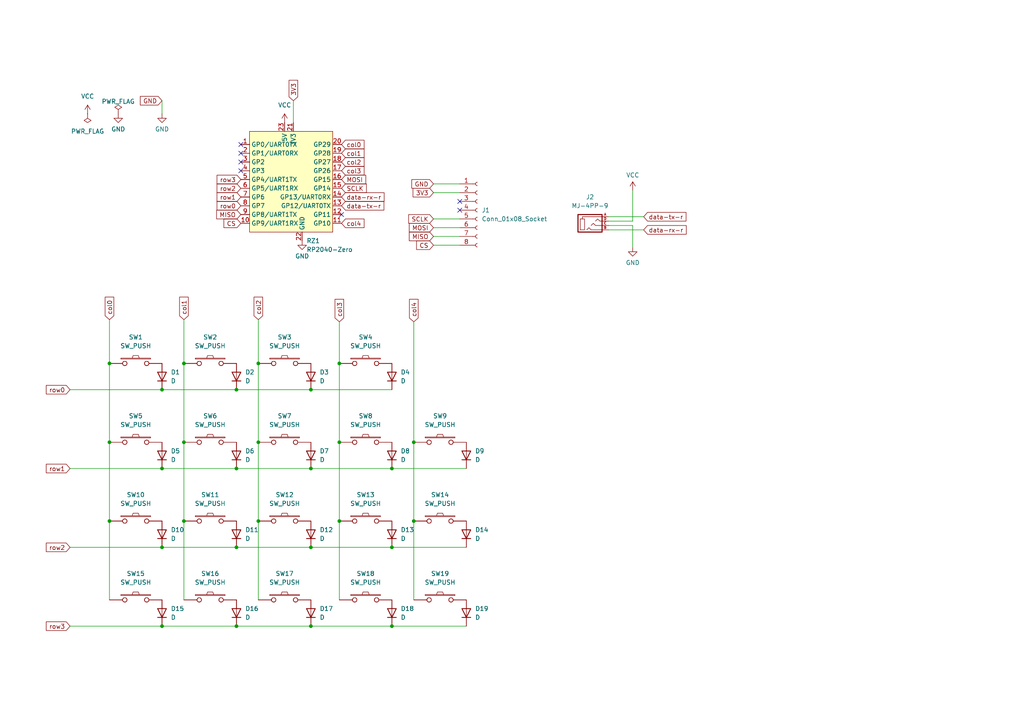
<source format=kicad_sch>
(kicad_sch (version 20230121) (generator eeschema)

  (uuid 3529b290-5177-4216-9dc6-c8171dc6140f)

  (paper "A4")

  (lib_symbols
    (symbol "Connector:Conn_01x08_Socket" (pin_names (offset 1.016) hide) (in_bom yes) (on_board yes)
      (property "Reference" "J" (at 0 10.16 0)
        (effects (font (size 1.27 1.27)))
      )
      (property "Value" "Conn_01x08_Socket" (at 0 -12.7 0)
        (effects (font (size 1.27 1.27)))
      )
      (property "Footprint" "" (at 0 0 0)
        (effects (font (size 1.27 1.27)) hide)
      )
      (property "Datasheet" "~" (at 0 0 0)
        (effects (font (size 1.27 1.27)) hide)
      )
      (property "ki_locked" "" (at 0 0 0)
        (effects (font (size 1.27 1.27)))
      )
      (property "ki_keywords" "connector" (at 0 0 0)
        (effects (font (size 1.27 1.27)) hide)
      )
      (property "ki_description" "Generic connector, single row, 01x08, script generated" (at 0 0 0)
        (effects (font (size 1.27 1.27)) hide)
      )
      (property "ki_fp_filters" "Connector*:*_1x??_*" (at 0 0 0)
        (effects (font (size 1.27 1.27)) hide)
      )
      (symbol "Conn_01x08_Socket_1_1"
        (arc (start 0 -9.652) (mid -0.5058 -10.16) (end 0 -10.668)
          (stroke (width 0.1524) (type default))
          (fill (type none))
        )
        (arc (start 0 -7.112) (mid -0.5058 -7.62) (end 0 -8.128)
          (stroke (width 0.1524) (type default))
          (fill (type none))
        )
        (arc (start 0 -4.572) (mid -0.5058 -5.08) (end 0 -5.588)
          (stroke (width 0.1524) (type default))
          (fill (type none))
        )
        (arc (start 0 -2.032) (mid -0.5058 -2.54) (end 0 -3.048)
          (stroke (width 0.1524) (type default))
          (fill (type none))
        )
        (polyline
          (pts
            (xy -1.27 -10.16)
            (xy -0.508 -10.16)
          )
          (stroke (width 0.1524) (type default))
          (fill (type none))
        )
        (polyline
          (pts
            (xy -1.27 -7.62)
            (xy -0.508 -7.62)
          )
          (stroke (width 0.1524) (type default))
          (fill (type none))
        )
        (polyline
          (pts
            (xy -1.27 -5.08)
            (xy -0.508 -5.08)
          )
          (stroke (width 0.1524) (type default))
          (fill (type none))
        )
        (polyline
          (pts
            (xy -1.27 -2.54)
            (xy -0.508 -2.54)
          )
          (stroke (width 0.1524) (type default))
          (fill (type none))
        )
        (polyline
          (pts
            (xy -1.27 0)
            (xy -0.508 0)
          )
          (stroke (width 0.1524) (type default))
          (fill (type none))
        )
        (polyline
          (pts
            (xy -1.27 2.54)
            (xy -0.508 2.54)
          )
          (stroke (width 0.1524) (type default))
          (fill (type none))
        )
        (polyline
          (pts
            (xy -1.27 5.08)
            (xy -0.508 5.08)
          )
          (stroke (width 0.1524) (type default))
          (fill (type none))
        )
        (polyline
          (pts
            (xy -1.27 7.62)
            (xy -0.508 7.62)
          )
          (stroke (width 0.1524) (type default))
          (fill (type none))
        )
        (arc (start 0 0.508) (mid -0.5058 0) (end 0 -0.508)
          (stroke (width 0.1524) (type default))
          (fill (type none))
        )
        (arc (start 0 3.048) (mid -0.5058 2.54) (end 0 2.032)
          (stroke (width 0.1524) (type default))
          (fill (type none))
        )
        (arc (start 0 5.588) (mid -0.5058 5.08) (end 0 4.572)
          (stroke (width 0.1524) (type default))
          (fill (type none))
        )
        (arc (start 0 8.128) (mid -0.5058 7.62) (end 0 7.112)
          (stroke (width 0.1524) (type default))
          (fill (type none))
        )
        (pin passive line (at -5.08 7.62 0) (length 3.81)
          (name "Pin_1" (effects (font (size 1.27 1.27))))
          (number "1" (effects (font (size 1.27 1.27))))
        )
        (pin passive line (at -5.08 5.08 0) (length 3.81)
          (name "Pin_2" (effects (font (size 1.27 1.27))))
          (number "2" (effects (font (size 1.27 1.27))))
        )
        (pin passive line (at -5.08 2.54 0) (length 3.81)
          (name "Pin_3" (effects (font (size 1.27 1.27))))
          (number "3" (effects (font (size 1.27 1.27))))
        )
        (pin passive line (at -5.08 0 0) (length 3.81)
          (name "Pin_4" (effects (font (size 1.27 1.27))))
          (number "4" (effects (font (size 1.27 1.27))))
        )
        (pin passive line (at -5.08 -2.54 0) (length 3.81)
          (name "Pin_5" (effects (font (size 1.27 1.27))))
          (number "5" (effects (font (size 1.27 1.27))))
        )
        (pin passive line (at -5.08 -5.08 0) (length 3.81)
          (name "Pin_6" (effects (font (size 1.27 1.27))))
          (number "6" (effects (font (size 1.27 1.27))))
        )
        (pin passive line (at -5.08 -7.62 0) (length 3.81)
          (name "Pin_7" (effects (font (size 1.27 1.27))))
          (number "7" (effects (font (size 1.27 1.27))))
        )
        (pin passive line (at -5.08 -10.16 0) (length 3.81)
          (name "Pin_8" (effects (font (size 1.27 1.27))))
          (number "8" (effects (font (size 1.27 1.27))))
        )
      )
    )
    (symbol "Device:D" (pin_numbers hide) (pin_names (offset 1.016) hide) (in_bom yes) (on_board yes)
      (property "Reference" "D" (at 0 2.54 0)
        (effects (font (size 1.27 1.27)))
      )
      (property "Value" "D" (at 0 -2.54 0)
        (effects (font (size 1.27 1.27)))
      )
      (property "Footprint" "" (at 0 0 0)
        (effects (font (size 1.27 1.27)) hide)
      )
      (property "Datasheet" "~" (at 0 0 0)
        (effects (font (size 1.27 1.27)) hide)
      )
      (property "Sim.Device" "D" (at 0 0 0)
        (effects (font (size 1.27 1.27)) hide)
      )
      (property "Sim.Pins" "1=K 2=A" (at 0 0 0)
        (effects (font (size 1.27 1.27)) hide)
      )
      (property "ki_keywords" "diode" (at 0 0 0)
        (effects (font (size 1.27 1.27)) hide)
      )
      (property "ki_description" "Diode" (at 0 0 0)
        (effects (font (size 1.27 1.27)) hide)
      )
      (property "ki_fp_filters" "TO-???* *_Diode_* *SingleDiode* D_*" (at 0 0 0)
        (effects (font (size 1.27 1.27)) hide)
      )
      (symbol "D_0_1"
        (polyline
          (pts
            (xy -1.27 1.27)
            (xy -1.27 -1.27)
          )
          (stroke (width 0.254) (type default))
          (fill (type none))
        )
        (polyline
          (pts
            (xy 1.27 0)
            (xy -1.27 0)
          )
          (stroke (width 0) (type default))
          (fill (type none))
        )
        (polyline
          (pts
            (xy 1.27 1.27)
            (xy 1.27 -1.27)
            (xy -1.27 0)
            (xy 1.27 1.27)
          )
          (stroke (width 0.254) (type default))
          (fill (type none))
        )
      )
      (symbol "D_1_1"
        (pin passive line (at -3.81 0 0) (length 2.54)
          (name "K" (effects (font (size 1.27 1.27))))
          (number "1" (effects (font (size 1.27 1.27))))
        )
        (pin passive line (at 3.81 0 180) (length 2.54)
          (name "A" (effects (font (size 1.27 1.27))))
          (number "2" (effects (font (size 1.27 1.27))))
        )
      )
    )
    (symbol "foostan_kbd:MJ-4PP-9" (pin_names (offset 1.016)) (in_bom yes) (on_board yes)
      (property "Reference" "J" (at 0 3.81 0)
        (effects (font (size 1.27 1.27)))
      )
      (property "Value" "MJ-4PP-9" (at 0 -3.81 0)
        (effects (font (size 1.27 1.27)))
      )
      (property "Footprint" "" (at 6.985 4.445 0)
        (effects (font (size 1.27 1.27)) hide)
      )
      (property "Datasheet" "~" (at 6.985 4.445 0)
        (effects (font (size 1.27 1.27)) hide)
      )
      (property "ki_keywords" "audio jack receptable stereo headphones TRRS connector" (at 0 0 0)
        (effects (font (size 1.27 1.27)) hide)
      )
      (property "ki_description" "4-pin (audio) jack receptable (stereo + 4th pin/TRRS connector), compatible with PJ320A" (at 0 0 0)
        (effects (font (size 1.27 1.27)) hide)
      )
      (symbol "MJ-4PP-9_0_1"
        (rectangle (start -1.905 -1.905) (end -3.175 1.27)
          (stroke (width 0) (type solid))
          (fill (type none))
        )
        (polyline
          (pts
            (xy -2.54 1.27)
            (xy -2.54 1.905)
            (xy 3.175 1.905)
          )
          (stroke (width 0) (type solid))
          (fill (type none))
        )
        (polyline
          (pts
            (xy -1.27 -1.905)
            (xy -0.635 -1.27)
            (xy 0 -1.905)
            (xy 3.175 -1.905)
          )
          (stroke (width 0) (type solid))
          (fill (type none))
        )
        (polyline
          (pts
            (xy 0 -0.635)
            (xy 0.635 0)
            (xy 1.27 -0.635)
            (xy 3.175 -0.635)
          )
          (stroke (width 0) (type solid))
          (fill (type none))
        )
        (polyline
          (pts
            (xy 1.27 0.635)
            (xy 1.905 1.27)
            (xy 2.54 0.635)
            (xy 3.175 0.635)
          )
          (stroke (width 0) (type solid))
          (fill (type none))
        )
        (rectangle (start 3.175 2.54) (end -3.81 -2.54)
          (stroke (width 0.3048) (type solid))
          (fill (type none))
        )
      )
      (symbol "MJ-4PP-9_1_1"
        (pin input line (at 5.08 1.905 180) (length 2.0066)
          (name "~" (effects (font (size 0.508 0.508))))
          (number "A" (effects (font (size 0.7112 0.7112))))
        )
        (pin input line (at 5.08 -1.905 180) (length 2.0066)
          (name "~" (effects (font (size 0.508 0.508))))
          (number "B" (effects (font (size 0.7112 0.7112))))
        )
        (pin input line (at 5.08 -0.635 180) (length 2.0066)
          (name "~" (effects (font (size 0.508 0.508))))
          (number "C" (effects (font (size 0.7112 0.7112))))
        )
        (pin input line (at 5.08 0.635 180) (length 2.0066)
          (name "~" (effects (font (size 0.508 0.508))))
          (number "D" (effects (font (size 0.7112 0.7112))))
        )
      )
    )
    (symbol "foostan_kbd:SW_PUSH" (pin_numbers hide) (pin_names (offset 1.016) hide) (in_bom yes) (on_board yes)
      (property "Reference" "SW" (at 3.81 2.794 0)
        (effects (font (size 1.27 1.27)))
      )
      (property "Value" "SW_PUSH" (at 0 -2.032 0)
        (effects (font (size 1.27 1.27)))
      )
      (property "Footprint" "" (at 0 0 0)
        (effects (font (size 1.27 1.27)))
      )
      (property "Datasheet" "" (at 0 0 0)
        (effects (font (size 1.27 1.27)))
      )
      (symbol "SW_PUSH_0_1"
        (rectangle (start -4.318 1.27) (end 4.318 1.524)
          (stroke (width 0) (type solid))
          (fill (type none))
        )
        (polyline
          (pts
            (xy -1.016 1.524)
            (xy -0.762 2.286)
            (xy 0.762 2.286)
            (xy 1.016 1.524)
          )
          (stroke (width 0) (type solid))
          (fill (type none))
        )
        (pin passive inverted (at -7.62 0 0) (length 5.08)
          (name "1" (effects (font (size 1.27 1.27))))
          (number "1" (effects (font (size 1.27 1.27))))
        )
        (pin passive inverted (at 7.62 0 180) (length 5.08)
          (name "2" (effects (font (size 1.27 1.27))))
          (number "2" (effects (font (size 1.27 1.27))))
        )
      )
    )
    (symbol "power:GND" (power) (pin_names (offset 0)) (in_bom yes) (on_board yes)
      (property "Reference" "#PWR" (at 0 -6.35 0)
        (effects (font (size 1.27 1.27)) hide)
      )
      (property "Value" "GND" (at 0 -3.81 0)
        (effects (font (size 1.27 1.27)))
      )
      (property "Footprint" "" (at 0 0 0)
        (effects (font (size 1.27 1.27)) hide)
      )
      (property "Datasheet" "" (at 0 0 0)
        (effects (font (size 1.27 1.27)) hide)
      )
      (property "ki_keywords" "global power" (at 0 0 0)
        (effects (font (size 1.27 1.27)) hide)
      )
      (property "ki_description" "Power symbol creates a global label with name \"GND\" , ground" (at 0 0 0)
        (effects (font (size 1.27 1.27)) hide)
      )
      (symbol "GND_0_1"
        (polyline
          (pts
            (xy 0 0)
            (xy 0 -1.27)
            (xy 1.27 -1.27)
            (xy 0 -2.54)
            (xy -1.27 -1.27)
            (xy 0 -1.27)
          )
          (stroke (width 0) (type default))
          (fill (type none))
        )
      )
      (symbol "GND_1_1"
        (pin power_in line (at 0 0 270) (length 0) hide
          (name "GND" (effects (font (size 1.27 1.27))))
          (number "1" (effects (font (size 1.27 1.27))))
        )
      )
    )
    (symbol "power:PWR_FLAG" (power) (pin_numbers hide) (pin_names (offset 0) hide) (in_bom yes) (on_board yes)
      (property "Reference" "#FLG" (at 0 1.905 0)
        (effects (font (size 1.27 1.27)) hide)
      )
      (property "Value" "PWR_FLAG" (at 0 3.81 0)
        (effects (font (size 1.27 1.27)))
      )
      (property "Footprint" "" (at 0 0 0)
        (effects (font (size 1.27 1.27)) hide)
      )
      (property "Datasheet" "~" (at 0 0 0)
        (effects (font (size 1.27 1.27)) hide)
      )
      (property "ki_keywords" "flag power" (at 0 0 0)
        (effects (font (size 1.27 1.27)) hide)
      )
      (property "ki_description" "Special symbol for telling ERC where power comes from" (at 0 0 0)
        (effects (font (size 1.27 1.27)) hide)
      )
      (symbol "PWR_FLAG_0_0"
        (pin power_out line (at 0 0 90) (length 0)
          (name "pwr" (effects (font (size 1.27 1.27))))
          (number "1" (effects (font (size 1.27 1.27))))
        )
      )
      (symbol "PWR_FLAG_0_1"
        (polyline
          (pts
            (xy 0 0)
            (xy 0 1.27)
            (xy -1.016 1.905)
            (xy 0 2.54)
            (xy 1.016 1.905)
            (xy 0 1.27)
          )
          (stroke (width 0) (type default))
          (fill (type none))
        )
      )
    )
    (symbol "power:VCC" (power) (pin_names (offset 0)) (in_bom yes) (on_board yes)
      (property "Reference" "#PWR" (at 0 -3.81 0)
        (effects (font (size 1.27 1.27)) hide)
      )
      (property "Value" "VCC" (at 0 3.81 0)
        (effects (font (size 1.27 1.27)))
      )
      (property "Footprint" "" (at 0 0 0)
        (effects (font (size 1.27 1.27)) hide)
      )
      (property "Datasheet" "" (at 0 0 0)
        (effects (font (size 1.27 1.27)) hide)
      )
      (property "ki_keywords" "global power" (at 0 0 0)
        (effects (font (size 1.27 1.27)) hide)
      )
      (property "ki_description" "Power symbol creates a global label with name \"VCC\"" (at 0 0 0)
        (effects (font (size 1.27 1.27)) hide)
      )
      (symbol "VCC_0_1"
        (polyline
          (pts
            (xy -0.762 1.27)
            (xy 0 2.54)
          )
          (stroke (width 0) (type default))
          (fill (type none))
        )
        (polyline
          (pts
            (xy 0 0)
            (xy 0 2.54)
          )
          (stroke (width 0) (type default))
          (fill (type none))
        )
        (polyline
          (pts
            (xy 0 2.54)
            (xy 0.762 1.27)
          )
          (stroke (width 0) (type default))
          (fill (type none))
        )
      )
      (symbol "VCC_1_1"
        (pin power_in line (at 0 0 90) (length 0) hide
          (name "VCC" (effects (font (size 1.27 1.27))))
          (number "1" (effects (font (size 1.27 1.27))))
        )
      )
    )
    (symbol "rp2040-zero:RP2040-Zero" (in_bom yes) (on_board yes)
      (property "Reference" "RZ1" (at 5.08 -17.78 0)
        (effects (font (size 1.27 1.27)) (justify left))
      )
      (property "Value" "RP2040-Zero" (at 5.08 -20.32 0)
        (effects (font (size 1.27 1.27)) (justify left))
      )
      (property "Footprint" "evoroll:RP2040-Zero" (at 5.08 -22.86 0)
        (effects (font (size 1.27 1.27)) (justify left) hide)
      )
      (property "Datasheet" "" (at 0 0 0)
        (effects (font (size 1.27 1.27)) hide)
      )
      (symbol "RP2040-Zero_0_1"
        (rectangle (start -11.43 13.97) (end 12.7 -15.24)
          (stroke (width 0) (type default))
          (fill (type background))
        )
      )
      (symbol "RP2040-Zero_1_1"
        (pin bidirectional line (at -13.97 10.16 0) (length 2.54)
          (name "GP0/UART0TX" (effects (font (size 1.27 1.27))))
          (number "1" (effects (font (size 1.27 1.27))))
        )
        (pin bidirectional line (at -13.97 -12.7 0) (length 2.54)
          (name "GP9/UART1RX" (effects (font (size 1.27 1.27))))
          (number "10" (effects (font (size 1.27 1.27))))
        )
        (pin bidirectional line (at 15.24 -12.7 180) (length 2.54)
          (name "GP10" (effects (font (size 1.27 1.27))))
          (number "11" (effects (font (size 1.27 1.27))))
        )
        (pin bidirectional line (at 15.24 -10.16 180) (length 2.54)
          (name "GP11" (effects (font (size 1.27 1.27))))
          (number "12" (effects (font (size 1.27 1.27))))
        )
        (pin bidirectional line (at 15.24 -7.62 180) (length 2.54)
          (name "GP12/UART0TX" (effects (font (size 1.27 1.27))))
          (number "13" (effects (font (size 1.27 1.27))))
        )
        (pin bidirectional line (at 15.24 -5.08 180) (length 2.54)
          (name "GP13/UART0RX" (effects (font (size 1.27 1.27))))
          (number "14" (effects (font (size 1.27 1.27))))
        )
        (pin bidirectional line (at 15.24 -2.54 180) (length 2.54)
          (name "GP14" (effects (font (size 1.27 1.27))))
          (number "15" (effects (font (size 1.27 1.27))))
        )
        (pin bidirectional line (at 15.24 0 180) (length 2.54)
          (name "GP15" (effects (font (size 1.27 1.27))))
          (number "16" (effects (font (size 1.27 1.27))))
        )
        (pin bidirectional line (at 15.24 2.54 180) (length 2.54)
          (name "GP26" (effects (font (size 1.27 1.27))))
          (number "17" (effects (font (size 1.27 1.27))))
        )
        (pin bidirectional line (at 15.24 5.08 180) (length 2.54)
          (name "GP27" (effects (font (size 1.27 1.27))))
          (number "18" (effects (font (size 1.27 1.27))))
        )
        (pin bidirectional line (at 15.24 7.62 180) (length 2.54)
          (name "GP28" (effects (font (size 1.27 1.27))))
          (number "19" (effects (font (size 1.27 1.27))))
        )
        (pin bidirectional line (at -13.97 7.62 0) (length 2.54)
          (name "GP1/UART0RX" (effects (font (size 1.27 1.27))))
          (number "2" (effects (font (size 1.27 1.27))))
        )
        (pin bidirectional line (at 15.24 10.16 180) (length 2.54)
          (name "GP29" (effects (font (size 1.27 1.27))))
          (number "20" (effects (font (size 1.27 1.27))))
        )
        (pin power_out line (at 1.27 16.51 270) (length 2.54)
          (name "3V3" (effects (font (size 1.27 1.27))))
          (number "21" (effects (font (size 1.27 1.27))))
        )
        (pin power_in line (at 3.81 -17.78 90) (length 2.54)
          (name "GND" (effects (font (size 1.27 1.27))))
          (number "22" (effects (font (size 1.27 1.27))))
        )
        (pin power_in line (at -1.27 16.51 270) (length 2.54)
          (name "5V" (effects (font (size 1.27 1.27))))
          (number "23" (effects (font (size 1.27 1.27))))
        )
        (pin bidirectional line (at -13.97 5.08 0) (length 2.54)
          (name "GP2" (effects (font (size 1.27 1.27))))
          (number "3" (effects (font (size 1.27 1.27))))
        )
        (pin bidirectional line (at -13.97 2.54 0) (length 2.54)
          (name "GP3" (effects (font (size 1.27 1.27))))
          (number "4" (effects (font (size 1.27 1.27))))
        )
        (pin bidirectional line (at -13.97 0 0) (length 2.54)
          (name "GP4/UART1TX" (effects (font (size 1.27 1.27))))
          (number "5" (effects (font (size 1.27 1.27))))
        )
        (pin bidirectional line (at -13.97 -2.54 0) (length 2.54)
          (name "GP5/UART1RX" (effects (font (size 1.27 1.27))))
          (number "6" (effects (font (size 1.27 1.27))))
        )
        (pin bidirectional line (at -13.97 -5.08 0) (length 2.54)
          (name "GP6" (effects (font (size 1.27 1.27))))
          (number "7" (effects (font (size 1.27 1.27))))
        )
        (pin bidirectional line (at -13.97 -7.62 0) (length 2.54)
          (name "GP7" (effects (font (size 1.27 1.27))))
          (number "8" (effects (font (size 1.27 1.27))))
        )
        (pin bidirectional line (at -13.97 -10.16 0) (length 2.54)
          (name "GP8/UART1TX" (effects (font (size 1.27 1.27))))
          (number "9" (effects (font (size 1.27 1.27))))
        )
      )
    )
  )

  (junction (at 46.99 181.61) (diameter 0) (color 0 0 0 0)
    (uuid 065d42b9-f738-41a5-8dff-282816f684f9)
  )
  (junction (at 46.99 135.89) (diameter 0) (color 0 0 0 0)
    (uuid 0fe35892-43c8-4ed3-abc2-2318a3d1a9dc)
  )
  (junction (at 68.58 158.75) (diameter 0) (color 0 0 0 0)
    (uuid 1abf200f-6f33-4472-9323-c1a335be12c4)
  )
  (junction (at 113.665 135.89) (diameter 0) (color 0 0 0 0)
    (uuid 2b68d892-5215-4da7-ad5c-0629ff7b14d0)
  )
  (junction (at 90.17 181.61) (diameter 0) (color 0 0 0 0)
    (uuid 313a1cf4-8c76-4c0e-a40d-e4c010bc906e)
  )
  (junction (at 120.015 128.27) (diameter 0) (color 0 0 0 0)
    (uuid 321d5077-2a01-4032-851d-0b2840de0b7b)
  )
  (junction (at 98.425 128.27) (diameter 0) (color 0 0 0 0)
    (uuid 38604f59-90ac-448c-8bd3-873c726394ac)
  )
  (junction (at 113.665 181.61) (diameter 0) (color 0 0 0 0)
    (uuid 541f5a3c-8cfc-4ee5-9512-8cd452fb58f1)
  )
  (junction (at 98.425 105.41) (diameter 0) (color 0 0 0 0)
    (uuid 5c11bcd8-4e73-4d30-9744-e97f61a5becd)
  )
  (junction (at 46.99 113.03) (diameter 0) (color 0 0 0 0)
    (uuid 664b1a7f-7bd3-410b-bbcb-d8177c06cbf4)
  )
  (junction (at 31.75 105.41) (diameter 0) (color 0 0 0 0)
    (uuid 6795cac8-6276-4134-8d38-89402e81659e)
  )
  (junction (at 74.93 128.27) (diameter 0) (color 0 0 0 0)
    (uuid 7fd8e618-7ccc-42e3-b9ab-457f81dad387)
  )
  (junction (at 74.93 151.13) (diameter 0) (color 0 0 0 0)
    (uuid 81dd026e-c3ae-440e-bd01-58d3b8c97294)
  )
  (junction (at 46.99 158.75) (diameter 0) (color 0 0 0 0)
    (uuid 8b3513aa-19c9-433b-a350-85b1ea92abf9)
  )
  (junction (at 74.93 105.41) (diameter 0) (color 0 0 0 0)
    (uuid 8e7add90-87a2-4fd9-be64-23cf6d54daa8)
  )
  (junction (at 68.58 135.89) (diameter 0) (color 0 0 0 0)
    (uuid 8f08c9ed-f333-4c96-8243-3fc0e624ed4b)
  )
  (junction (at 98.425 151.13) (diameter 0) (color 0 0 0 0)
    (uuid 92dd7103-21d7-44b1-8a64-2d04039d597d)
  )
  (junction (at 90.17 158.75) (diameter 0) (color 0 0 0 0)
    (uuid 94305e0b-83e7-49a6-be8f-99a167a0b08b)
  )
  (junction (at 53.34 151.13) (diameter 0) (color 0 0 0 0)
    (uuid 9b9cf49b-574b-44cc-bd60-f93d12907e30)
  )
  (junction (at 31.75 128.27) (diameter 0) (color 0 0 0 0)
    (uuid 9c548a45-be8b-40af-b6c9-dea496178177)
  )
  (junction (at 53.34 128.27) (diameter 0) (color 0 0 0 0)
    (uuid a0d19a5f-750a-4861-989b-09848de91e2e)
  )
  (junction (at 113.665 158.75) (diameter 0) (color 0 0 0 0)
    (uuid ae2cbb6e-b84c-4b61-b792-54edefc69639)
  )
  (junction (at 120.015 151.13) (diameter 0) (color 0 0 0 0)
    (uuid b3909f97-6e40-4222-8356-b8eccc1e3162)
  )
  (junction (at 31.75 151.13) (diameter 0) (color 0 0 0 0)
    (uuid b8351ae5-18d2-4b83-af8a-9ef89155f4c4)
  )
  (junction (at 53.34 105.41) (diameter 0) (color 0 0 0 0)
    (uuid b9b81feb-0974-4826-9074-638be740324a)
  )
  (junction (at 90.17 135.89) (diameter 0) (color 0 0 0 0)
    (uuid bb68afdd-8d40-49a8-b6d6-b9ae315d9dd5)
  )
  (junction (at 68.58 181.61) (diameter 0) (color 0 0 0 0)
    (uuid df0590c3-d48b-4d9d-bd15-c4817bc83c33)
  )
  (junction (at 90.17 113.03) (diameter 0) (color 0 0 0 0)
    (uuid e24485c8-1df6-4503-a8d1-f736f03a0a80)
  )
  (junction (at 68.58 113.03) (diameter 0) (color 0 0 0 0)
    (uuid e4035a32-ac0e-4f1c-998e-18f1a54137c5)
  )

  (no_connect (at 69.85 49.53) (uuid 268a6209-7c3f-4ac3-9625-acd12eb2fdfd))
  (no_connect (at 133.35 60.96) (uuid 4ec2567f-5b42-41e9-b0b5-e64850b56ed4))
  (no_connect (at 69.85 41.91) (uuid 59bef8ef-3923-4c21-96c0-b35671e6301b))
  (no_connect (at 133.35 58.42) (uuid b47d5891-80ab-427c-a9ed-78af6cb7a792))
  (no_connect (at 69.85 46.99) (uuid ee880f95-a311-4799-8067-e5db04a849b5))
  (no_connect (at 99.06 62.23) (uuid f4d449c7-03f5-4e92-993d-799f23adf799))
  (no_connect (at 69.85 44.45) (uuid fc2d6275-20be-40cb-a913-afd4f6f833fd))

  (wire (pts (xy 113.665 181.61) (xy 135.255 181.61))
    (stroke (width 0) (type default))
    (uuid 01f8bebc-54b9-439e-9d6f-d54408fa356c)
  )
  (wire (pts (xy 53.34 128.27) (xy 53.34 151.13))
    (stroke (width 0) (type default))
    (uuid 04b7c5bd-0278-4eb9-a474-e81de3502396)
  )
  (wire (pts (xy 98.425 93.345) (xy 98.425 105.41))
    (stroke (width 0) (type default))
    (uuid 05269545-3a24-43ed-855f-e7493838d7e6)
  )
  (wire (pts (xy 176.53 66.675) (xy 186.69 66.675))
    (stroke (width 0) (type default))
    (uuid 111fe348-36df-483b-8bb8-83f76c5f6eb6)
  )
  (wire (pts (xy 46.99 113.03) (xy 68.58 113.03))
    (stroke (width 0) (type default))
    (uuid 1445e5c5-ff47-48e6-b724-3b678f38358c)
  )
  (wire (pts (xy 46.99 158.75) (xy 68.58 158.75))
    (stroke (width 0) (type default))
    (uuid 18ef812b-1367-4b0f-9786-676d9bafe374)
  )
  (wire (pts (xy 31.75 92.71) (xy 31.75 105.41))
    (stroke (width 0) (type default))
    (uuid 1b5867e0-49cc-4c3f-b02e-f8998cf7e6be)
  )
  (wire (pts (xy 125.73 63.5) (xy 133.35 63.5))
    (stroke (width 0) (type default))
    (uuid 1d5e5722-9c78-4883-a488-d51358d022a6)
  )
  (wire (pts (xy 46.99 181.61) (xy 68.58 181.61))
    (stroke (width 0) (type default))
    (uuid 289f37f1-25a4-4dd1-895c-b08041f57405)
  )
  (wire (pts (xy 90.17 181.61) (xy 113.665 181.61))
    (stroke (width 0) (type default))
    (uuid 2b5b6c4c-a529-4a37-9de9-068ed7fda70c)
  )
  (wire (pts (xy 68.58 158.75) (xy 90.17 158.75))
    (stroke (width 0) (type default))
    (uuid 3160eda9-82d1-463b-b821-2735103da3e2)
  )
  (wire (pts (xy 20.32 158.75) (xy 46.99 158.75))
    (stroke (width 0) (type default))
    (uuid 372eecba-a44d-4ce9-b1d8-b130a794407e)
  )
  (wire (pts (xy 68.58 113.03) (xy 90.17 113.03))
    (stroke (width 0) (type default))
    (uuid 3b1b6ce3-0574-41ed-9488-04ed9d52134e)
  )
  (wire (pts (xy 53.34 92.71) (xy 53.34 105.41))
    (stroke (width 0) (type default))
    (uuid 41e0116f-fd28-419d-b55a-98da236d4152)
  )
  (wire (pts (xy 183.515 65.405) (xy 183.515 71.755))
    (stroke (width 0) (type default))
    (uuid 42d9237c-d010-43be-b013-39727cfa412a)
  )
  (wire (pts (xy 113.665 135.89) (xy 135.255 135.89))
    (stroke (width 0) (type default))
    (uuid 430753b3-e4ec-44ff-91de-4d3c60e2259b)
  )
  (wire (pts (xy 90.17 158.75) (xy 113.665 158.75))
    (stroke (width 0) (type default))
    (uuid 43637a9f-6a62-4efd-9423-6a9e7719292e)
  )
  (wire (pts (xy 120.015 93.345) (xy 120.015 128.27))
    (stroke (width 0) (type default))
    (uuid 4e99737d-a5a7-4e93-8af1-04d551d5e00c)
  )
  (wire (pts (xy 68.58 135.89) (xy 90.17 135.89))
    (stroke (width 0) (type default))
    (uuid 53174e98-8dca-45e1-9ce6-ec997bb32430)
  )
  (wire (pts (xy 125.73 55.88) (xy 133.35 55.88))
    (stroke (width 0) (type default))
    (uuid 63f9b378-b96b-4a4f-a5aa-014c37a58df9)
  )
  (wire (pts (xy 31.75 105.41) (xy 31.75 128.27))
    (stroke (width 0) (type default))
    (uuid 6d7b5a46-1f09-49c2-ab56-17b5765607cd)
  )
  (wire (pts (xy 85.09 29.21) (xy 85.09 35.56))
    (stroke (width 0) (type default))
    (uuid 709f6e93-ee92-4415-bdbe-a5657578eb76)
  )
  (wire (pts (xy 74.93 151.13) (xy 74.93 173.99))
    (stroke (width 0) (type default))
    (uuid 7376e681-f241-4452-9e4e-093c22b731f3)
  )
  (wire (pts (xy 125.73 68.58) (xy 133.35 68.58))
    (stroke (width 0) (type default))
    (uuid 7792636f-aad7-4053-869b-24233ba24932)
  )
  (wire (pts (xy 176.53 62.865) (xy 186.69 62.865))
    (stroke (width 0) (type default))
    (uuid 7e4862c3-9267-4e3f-868b-24c2906772cb)
  )
  (wire (pts (xy 46.99 135.89) (xy 68.58 135.89))
    (stroke (width 0) (type default))
    (uuid 8b865eb8-d357-4c25-97bb-cc11a1572e36)
  )
  (wire (pts (xy 20.32 113.03) (xy 46.99 113.03))
    (stroke (width 0) (type default))
    (uuid 8ef4fbc7-58f1-429b-98b0-47601c0a6769)
  )
  (wire (pts (xy 176.53 64.135) (xy 183.515 64.135))
    (stroke (width 0) (type default))
    (uuid 92ab9fe5-ef80-4ffa-b6ff-c5457a0dbd4b)
  )
  (wire (pts (xy 125.73 66.04) (xy 133.35 66.04))
    (stroke (width 0) (type default))
    (uuid 9376fae5-4d11-4a42-b694-907dcca9491e)
  )
  (wire (pts (xy 98.425 151.13) (xy 98.425 173.99))
    (stroke (width 0) (type default))
    (uuid 94919a05-e3b8-4552-84e6-3ee2ee400ba0)
  )
  (wire (pts (xy 31.75 151.13) (xy 31.75 173.99))
    (stroke (width 0) (type default))
    (uuid 9645ccf2-ab1a-4266-b36b-0ce9166bafad)
  )
  (wire (pts (xy 98.425 128.27) (xy 98.425 151.13))
    (stroke (width 0) (type default))
    (uuid 999588a2-e411-43fc-a764-f21f815ea6dd)
  )
  (wire (pts (xy 20.32 135.89) (xy 46.99 135.89))
    (stroke (width 0) (type default))
    (uuid 9cddc5a0-f6d7-4e5b-9b5a-6ae6f02dff0c)
  )
  (wire (pts (xy 46.99 29.21) (xy 46.99 33.02))
    (stroke (width 0) (type default))
    (uuid af6d7942-1e8a-4e2c-808d-daaa96921ea3)
  )
  (wire (pts (xy 20.32 181.61) (xy 46.99 181.61))
    (stroke (width 0) (type default))
    (uuid b26fd626-1678-4980-9e7a-b38e5dccd1ae)
  )
  (wire (pts (xy 125.73 71.12) (xy 133.35 71.12))
    (stroke (width 0) (type default))
    (uuid b6c6eb7c-95c0-4330-ad9c-80404194be51)
  )
  (wire (pts (xy 53.34 105.41) (xy 53.34 128.27))
    (stroke (width 0) (type default))
    (uuid bc9c2302-71e7-42bb-9a3f-03122e077327)
  )
  (wire (pts (xy 31.75 128.27) (xy 31.75 151.13))
    (stroke (width 0) (type default))
    (uuid bfc4d4f5-e2a9-47b4-89db-b8ca8d37315c)
  )
  (wire (pts (xy 120.015 151.13) (xy 120.015 173.99))
    (stroke (width 0) (type default))
    (uuid c1d4fc33-195e-4398-a34f-14fad3072386)
  )
  (wire (pts (xy 113.665 158.75) (xy 135.255 158.75))
    (stroke (width 0) (type default))
    (uuid c2cbd720-93a4-49e2-863f-2e4b3f276f3f)
  )
  (wire (pts (xy 183.515 64.135) (xy 183.515 55.245))
    (stroke (width 0) (type default))
    (uuid d21f384e-4eb4-4563-83d9-83343bf66f25)
  )
  (wire (pts (xy 74.93 92.71) (xy 74.93 105.41))
    (stroke (width 0) (type default))
    (uuid d4191291-8707-40f1-ac1a-90b52a72d39b)
  )
  (wire (pts (xy 125.73 53.34) (xy 133.35 53.34))
    (stroke (width 0) (type default))
    (uuid d50c1a14-4fc5-43b0-be2d-a42aaaf8e745)
  )
  (wire (pts (xy 68.58 181.61) (xy 90.17 181.61))
    (stroke (width 0) (type default))
    (uuid d7200e04-dd8f-4962-8a02-788ac6c77c02)
  )
  (wire (pts (xy 53.34 151.13) (xy 53.34 173.99))
    (stroke (width 0) (type default))
    (uuid dbe9bc39-8ac0-48b2-81ce-91e05052834c)
  )
  (wire (pts (xy 74.93 105.41) (xy 74.93 128.27))
    (stroke (width 0) (type default))
    (uuid dcbc0f0b-7a94-4820-98a5-2ae5adc8ce73)
  )
  (wire (pts (xy 90.17 113.03) (xy 113.665 113.03))
    (stroke (width 0) (type default))
    (uuid eee4b0f0-9c52-4707-8100-5412b4e87cbe)
  )
  (wire (pts (xy 98.425 105.41) (xy 98.425 128.27))
    (stroke (width 0) (type default))
    (uuid f2ad1b91-f4b5-4cad-9f5f-6e31f7e940dd)
  )
  (wire (pts (xy 120.015 128.27) (xy 120.015 151.13))
    (stroke (width 0) (type default))
    (uuid f3b5c304-0292-46ce-b476-88b6b7923690)
  )
  (wire (pts (xy 74.93 128.27) (xy 74.93 151.13))
    (stroke (width 0) (type default))
    (uuid f48ac353-1fe5-435f-a44f-6cb41a7df592)
  )
  (wire (pts (xy 90.17 135.89) (xy 113.665 135.89))
    (stroke (width 0) (type default))
    (uuid f5d40066-ad0f-41ab-a617-0affe1781e54)
  )
  (wire (pts (xy 176.53 65.405) (xy 183.515 65.405))
    (stroke (width 0) (type default))
    (uuid f60f6665-c107-4966-9450-6d53f0eb2144)
  )

  (global_label "SCLK" (shape input) (at 99.06 54.61 0) (fields_autoplaced)
    (effects (font (size 1.27 1.27)) (justify left))
    (uuid 03c93eb3-4b4b-4e81-9068-b5c00d560514)
    (property "Intersheetrefs" "${INTERSHEET_REFS}" (at 106.8228 54.61 0)
      (effects (font (size 1.27 1.27)) (justify left) hide)
    )
    (property "シート間のリファレンス" "${INTERSHEET_REFS}" (at 99.06 56.8008 0)
      (effects (font (size 1.27 1.27)) (justify left) hide)
    )
  )
  (global_label "3V3" (shape input) (at 125.73 55.88 180) (fields_autoplaced)
    (effects (font (size 1.27 1.27)) (justify right))
    (uuid 03d98ac0-eaa4-4fb0-9172-7f57cc8c664b)
    (property "Intersheetrefs" "${INTERSHEET_REFS}" (at 119.2372 55.88 0)
      (effects (font (size 1.27 1.27)) (justify right) hide)
    )
    (property "シート間のリファレンス" "${INTERSHEET_REFS}" (at 125.73 58.0708 0)
      (effects (font (size 1.27 1.27)) (justify right) hide)
    )
  )
  (global_label "col3" (shape input) (at 98.425 93.345 90) (fields_autoplaced)
    (effects (font (size 1.27 1.27)) (justify left))
    (uuid 0b543b7a-e1f9-4a15-ac7e-56805bd19938)
    (property "Intersheetrefs" "${INTERSHEET_REFS}" (at 98.425 86.2475 90)
      (effects (font (size 1.27 1.27)) (justify left) hide)
    )
    (property "シート間のリファレンス" "${INTERSHEET_REFS}" (at 100.6158 93.345 90)
      (effects (font (size 1.27 1.27)) (justify left) hide)
    )
  )
  (global_label "data-rx-r" (shape input) (at 186.69 66.675 0) (fields_autoplaced)
    (effects (font (size 1.27 1.27)) (justify left))
    (uuid 20f9e15b-1e6d-4f67-9ace-f0df0bee03da)
    (property "Intersheetrefs" "${INTERSHEET_REFS}" (at 199.5932 66.675 0)
      (effects (font (size 1.27 1.27)) (justify left) hide)
    )
  )
  (global_label "CS" (shape input) (at 125.73 71.12 180) (fields_autoplaced)
    (effects (font (size 1.27 1.27)) (justify right))
    (uuid 278cb886-4925-418b-bde4-9dbcc69f4bf1)
    (property "Intersheetrefs" "${INTERSHEET_REFS}" (at 120.2653 71.12 0)
      (effects (font (size 1.27 1.27)) (justify right) hide)
    )
    (property "シート間のリファレンス" "${INTERSHEET_REFS}" (at 125.73 73.3108 0)
      (effects (font (size 1.27 1.27)) (justify right) hide)
    )
  )
  (global_label "row1" (shape input) (at 69.85 57.15 180) (fields_autoplaced)
    (effects (font (size 1.27 1.27)) (justify right))
    (uuid 3110286c-0830-4907-9542-82b602b9ed66)
    (property "Intersheetrefs" "${INTERSHEET_REFS}" (at 62.3896 57.15 0)
      (effects (font (size 1.27 1.27)) (justify right) hide)
    )
    (property "シート間のリファレンス" "${INTERSHEET_REFS}" (at 69.85 59.3408 0)
      (effects (font (size 1.27 1.27)) (justify right) hide)
    )
  )
  (global_label "CS" (shape input) (at 69.85 64.77 180) (fields_autoplaced)
    (effects (font (size 1.27 1.27)) (justify right))
    (uuid 367f3a99-b274-4f11-9b90-5c98890ae639)
    (property "Intersheetrefs" "${INTERSHEET_REFS}" (at 64.3853 64.77 0)
      (effects (font (size 1.27 1.27)) (justify right) hide)
    )
    (property "シート間のリファレンス" "${INTERSHEET_REFS}" (at 69.85 66.9608 0)
      (effects (font (size 1.27 1.27)) (justify right) hide)
    )
  )
  (global_label "row3" (shape input) (at 20.32 181.61 180) (fields_autoplaced)
    (effects (font (size 1.27 1.27)) (justify right))
    (uuid 3a1c74f1-7118-4c04-b536-1d0bfeb82e66)
    (property "Intersheetrefs" "${INTERSHEET_REFS}" (at 12.8596 181.61 0)
      (effects (font (size 1.27 1.27)) (justify right) hide)
    )
    (property "シート間のリファレンス" "${INTERSHEET_REFS}" (at 20.32 183.8008 0)
      (effects (font (size 1.27 1.27)) (justify right) hide)
    )
  )
  (global_label "row2" (shape input) (at 20.32 158.75 180) (fields_autoplaced)
    (effects (font (size 1.27 1.27)) (justify right))
    (uuid 53ac7afa-ee24-4961-b4fc-260a8f2e881a)
    (property "Intersheetrefs" "${INTERSHEET_REFS}" (at 12.8596 158.75 0)
      (effects (font (size 1.27 1.27)) (justify right) hide)
    )
    (property "シート間のリファレンス" "${INTERSHEET_REFS}" (at 20.32 160.9408 0)
      (effects (font (size 1.27 1.27)) (justify right) hide)
    )
  )
  (global_label "col3" (shape input) (at 99.06 49.53 0) (fields_autoplaced)
    (effects (font (size 1.27 1.27)) (justify left))
    (uuid 5a99185f-b48e-429a-b692-aa7a4d5ab0ed)
    (property "Intersheetrefs" "${INTERSHEET_REFS}" (at 106.1575 49.53 0)
      (effects (font (size 1.27 1.27)) (justify left) hide)
    )
    (property "シート間のリファレンス" "${INTERSHEET_REFS}" (at 99.06 51.7208 0)
      (effects (font (size 1.27 1.27)) (justify left) hide)
    )
  )
  (global_label "row3" (shape input) (at 69.85 52.07 180) (fields_autoplaced)
    (effects (font (size 1.27 1.27)) (justify right))
    (uuid 6486387b-c42a-4e0e-83fa-e374988029e6)
    (property "Intersheetrefs" "${INTERSHEET_REFS}" (at 62.3896 52.07 0)
      (effects (font (size 1.27 1.27)) (justify right) hide)
    )
    (property "シート間のリファレンス" "${INTERSHEET_REFS}" (at 69.85 54.2608 0)
      (effects (font (size 1.27 1.27)) (justify right) hide)
    )
  )
  (global_label "col1" (shape input) (at 99.06 44.45 0) (fields_autoplaced)
    (effects (font (size 1.27 1.27)) (justify left))
    (uuid 65f8bb14-63ea-4aec-b0bb-020e33710c4a)
    (property "Intersheetrefs" "${INTERSHEET_REFS}" (at 106.1575 44.45 0)
      (effects (font (size 1.27 1.27)) (justify left) hide)
    )
    (property "シート間のリファレンス" "${INTERSHEET_REFS}" (at 99.06 46.6408 0)
      (effects (font (size 1.27 1.27)) (justify left) hide)
    )
  )
  (global_label "data-tx-r" (shape input) (at 186.69 62.865 0) (fields_autoplaced)
    (effects (font (size 1.27 1.27)) (justify left))
    (uuid 71aa609e-0644-4daa-b58b-09b985fdd398)
    (property "Intersheetrefs" "${INTERSHEET_REFS}" (at 199.5327 62.865 0)
      (effects (font (size 1.27 1.27)) (justify left) hide)
    )
  )
  (global_label "col4" (shape input) (at 120.015 93.345 90) (fields_autoplaced)
    (effects (font (size 1.27 1.27)) (justify left))
    (uuid 7214460a-1a00-40a6-ab3a-98fc3fbbed96)
    (property "Intersheetrefs" "${INTERSHEET_REFS}" (at 120.015 86.2475 90)
      (effects (font (size 1.27 1.27)) (justify left) hide)
    )
    (property "シート間のリファレンス" "${INTERSHEET_REFS}" (at 122.2058 93.345 90)
      (effects (font (size 1.27 1.27)) (justify left) hide)
    )
  )
  (global_label "col0" (shape input) (at 99.06 41.91 0) (fields_autoplaced)
    (effects (font (size 1.27 1.27)) (justify left))
    (uuid 79e15b88-ba21-455f-937c-bd4b160fac3e)
    (property "Intersheetrefs" "${INTERSHEET_REFS}" (at 106.1575 41.91 0)
      (effects (font (size 1.27 1.27)) (justify left) hide)
    )
    (property "シート間のリファレンス" "${INTERSHEET_REFS}" (at 99.06 44.1008 0)
      (effects (font (size 1.27 1.27)) (justify left) hide)
    )
  )
  (global_label "GND" (shape input) (at 46.99 29.21 180) (fields_autoplaced)
    (effects (font (size 1.27 1.27)) (justify right))
    (uuid 805430e0-75c8-4a83-afd9-fcc627cf62ad)
    (property "Intersheetrefs" "${INTERSHEET_REFS}" (at 40.1343 29.21 0)
      (effects (font (size 1.27 1.27)) (justify right) hide)
    )
  )
  (global_label "row0" (shape input) (at 20.32 113.03 180) (fields_autoplaced)
    (effects (font (size 1.27 1.27)) (justify right))
    (uuid 88a8383c-ee8a-4725-82e9-cc0a0a4c9880)
    (property "Intersheetrefs" "${INTERSHEET_REFS}" (at 20.32 113.03 0)
      (effects (font (size 1.27 1.27)) hide)
    )
    (property "シート間のリファレンス" "${INTERSHEET_REFS}" (at 13.4317 112.9506 0)
      (effects (font (size 1.27 1.27)) (justify right) hide)
    )
  )
  (global_label "MOSI" (shape input) (at 125.73 66.04 180) (fields_autoplaced)
    (effects (font (size 1.27 1.27)) (justify right))
    (uuid 8e2b5f5b-ada4-4157-8bc5-66abae5405b9)
    (property "Intersheetrefs" "${INTERSHEET_REFS}" (at 118.1486 66.04 0)
      (effects (font (size 1.27 1.27)) (justify right) hide)
    )
    (property "シート間のリファレンス" "${INTERSHEET_REFS}" (at 125.73 68.2308 0)
      (effects (font (size 1.27 1.27)) (justify right) hide)
    )
  )
  (global_label "data-tx-r" (shape input) (at 99.06 59.69 0) (fields_autoplaced)
    (effects (font (size 1.27 1.27)) (justify left))
    (uuid 909439eb-893e-4e34-a109-3a6f1ac4cdd1)
    (property "Intersheetrefs" "${INTERSHEET_REFS}" (at 111.9027 59.69 0)
      (effects (font (size 1.27 1.27)) (justify left) hide)
    )
  )
  (global_label "row1" (shape input) (at 20.32 135.89 180) (fields_autoplaced)
    (effects (font (size 1.27 1.27)) (justify right))
    (uuid 9ebb9ee4-f47b-49a1-9b27-b77eb046ce83)
    (property "Intersheetrefs" "${INTERSHEET_REFS}" (at 12.8596 135.89 0)
      (effects (font (size 1.27 1.27)) (justify right) hide)
    )
    (property "シート間のリファレンス" "${INTERSHEET_REFS}" (at 20.32 138.0808 0)
      (effects (font (size 1.27 1.27)) (justify right) hide)
    )
  )
  (global_label "MISO" (shape input) (at 125.73 68.58 180) (fields_autoplaced)
    (effects (font (size 1.27 1.27)) (justify right))
    (uuid 9fb2db26-aa49-4f40-afeb-10d5e1c5975c)
    (property "Intersheetrefs" "${INTERSHEET_REFS}" (at 118.1486 68.58 0)
      (effects (font (size 1.27 1.27)) (justify right) hide)
    )
    (property "シート間のリファレンス" "${INTERSHEET_REFS}" (at 125.73 70.7708 0)
      (effects (font (size 1.27 1.27)) (justify right) hide)
    )
  )
  (global_label "col4" (shape input) (at 99.06 64.77 0) (fields_autoplaced)
    (effects (font (size 1.27 1.27)) (justify left))
    (uuid a3674841-cd04-4953-b670-cee99cce1d78)
    (property "Intersheetrefs" "${INTERSHEET_REFS}" (at 106.1575 64.77 0)
      (effects (font (size 1.27 1.27)) (justify left) hide)
    )
    (property "シート間のリファレンス" "${INTERSHEET_REFS}" (at 99.06 66.9608 0)
      (effects (font (size 1.27 1.27)) (justify left) hide)
    )
  )
  (global_label "MOSI" (shape input) (at 99.06 52.07 0) (fields_autoplaced)
    (effects (font (size 1.27 1.27)) (justify left))
    (uuid ac67cd98-a12c-4c4a-8881-b4ebea9c64ef)
    (property "Intersheetrefs" "${INTERSHEET_REFS}" (at 106.6414 52.07 0)
      (effects (font (size 1.27 1.27)) (justify left) hide)
    )
    (property "シート間のリファレンス" "${INTERSHEET_REFS}" (at 99.06 54.2608 0)
      (effects (font (size 1.27 1.27)) (justify left) hide)
    )
  )
  (global_label "GND" (shape input) (at 125.73 53.34 180) (fields_autoplaced)
    (effects (font (size 1.27 1.27)) (justify right))
    (uuid b01b8c05-c2cd-450d-987d-46781f180594)
    (property "Intersheetrefs" "${INTERSHEET_REFS}" (at 118.8743 53.34 0)
      (effects (font (size 1.27 1.27)) (justify right) hide)
    )
  )
  (global_label "col2" (shape input) (at 74.93 92.71 90) (fields_autoplaced)
    (effects (font (size 1.27 1.27)) (justify left))
    (uuid b082f5de-2cbd-4c9b-b293-916372036182)
    (property "Intersheetrefs" "${INTERSHEET_REFS}" (at 74.93 85.6125 90)
      (effects (font (size 1.27 1.27)) (justify left) hide)
    )
    (property "シート間のリファレンス" "${INTERSHEET_REFS}" (at 77.1208 92.71 90)
      (effects (font (size 1.27 1.27)) (justify left) hide)
    )
  )
  (global_label "col1" (shape input) (at 53.34 92.71 90) (fields_autoplaced)
    (effects (font (size 1.27 1.27)) (justify left))
    (uuid b8ddad36-1b2b-4fdc-a9c9-b918f860787a)
    (property "Intersheetrefs" "${INTERSHEET_REFS}" (at 53.34 85.6125 90)
      (effects (font (size 1.27 1.27)) (justify left) hide)
    )
    (property "シート間のリファレンス" "${INTERSHEET_REFS}" (at 55.5308 92.71 90)
      (effects (font (size 1.27 1.27)) (justify left) hide)
    )
  )
  (global_label "SCLK" (shape input) (at 125.73 63.5 180) (fields_autoplaced)
    (effects (font (size 1.27 1.27)) (justify right))
    (uuid bc79f212-4d9f-4a02-8735-9f22bbf65cf7)
    (property "Intersheetrefs" "${INTERSHEET_REFS}" (at 117.9672 63.5 0)
      (effects (font (size 1.27 1.27)) (justify right) hide)
    )
    (property "シート間のリファレンス" "${INTERSHEET_REFS}" (at 125.73 65.6908 0)
      (effects (font (size 1.27 1.27)) (justify right) hide)
    )
  )
  (global_label "row2" (shape input) (at 69.85 54.61 180) (fields_autoplaced)
    (effects (font (size 1.27 1.27)) (justify right))
    (uuid c2bf6df9-1081-45a2-82fd-2b7d94d7a9c3)
    (property "Intersheetrefs" "${INTERSHEET_REFS}" (at 62.3896 54.61 0)
      (effects (font (size 1.27 1.27)) (justify right) hide)
    )
    (property "シート間のリファレンス" "${INTERSHEET_REFS}" (at 69.85 56.8008 0)
      (effects (font (size 1.27 1.27)) (justify right) hide)
    )
  )
  (global_label "col0" (shape input) (at 31.75 92.71 90) (fields_autoplaced)
    (effects (font (size 1.27 1.27)) (justify left))
    (uuid c4fdd742-f1dc-47b6-83f2-9399415280da)
    (property "Intersheetrefs" "${INTERSHEET_REFS}" (at 31.75 92.71 0)
      (effects (font (size 1.27 1.27)) hide)
    )
    (property "シート間のリファレンス" "${INTERSHEET_REFS}" (at 31.6706 86.1845 90)
      (effects (font (size 1.27 1.27)) (justify left) hide)
    )
  )
  (global_label "data-rx-r" (shape input) (at 99.06 57.15 0) (fields_autoplaced)
    (effects (font (size 1.27 1.27)) (justify left))
    (uuid d456b519-56e6-4d6d-8eef-2b750800e8a0)
    (property "Intersheetrefs" "${INTERSHEET_REFS}" (at 111.9632 57.15 0)
      (effects (font (size 1.27 1.27)) (justify left) hide)
    )
  )
  (global_label "3V3" (shape input) (at 85.09 29.21 90) (fields_autoplaced)
    (effects (font (size 1.27 1.27)) (justify left))
    (uuid d6a590af-e200-4ae0-9ca4-6ca1dd8fea13)
    (property "Intersheetrefs" "${INTERSHEET_REFS}" (at 85.09 22.7172 90)
      (effects (font (size 1.27 1.27)) (justify left) hide)
    )
    (property "シート間のリファレンス" "${INTERSHEET_REFS}" (at 87.2808 29.21 90)
      (effects (font (size 1.27 1.27)) (justify left) hide)
    )
  )
  (global_label "MISO" (shape input) (at 69.85 62.23 180) (fields_autoplaced)
    (effects (font (size 1.27 1.27)) (justify right))
    (uuid dd42bb8e-68b4-475e-8963-61fc26d1ab45)
    (property "Intersheetrefs" "${INTERSHEET_REFS}" (at 62.2686 62.23 0)
      (effects (font (size 1.27 1.27)) (justify right) hide)
    )
    (property "シート間のリファレンス" "${INTERSHEET_REFS}" (at 69.85 64.4208 0)
      (effects (font (size 1.27 1.27)) (justify right) hide)
    )
  )
  (global_label "col2" (shape input) (at 99.06 46.99 0) (fields_autoplaced)
    (effects (font (size 1.27 1.27)) (justify left))
    (uuid eae01ed0-edcd-4e17-9bb0-c9b393473714)
    (property "Intersheetrefs" "${INTERSHEET_REFS}" (at 106.1575 46.99 0)
      (effects (font (size 1.27 1.27)) (justify left) hide)
    )
    (property "シート間のリファレンス" "${INTERSHEET_REFS}" (at 99.06 49.1808 0)
      (effects (font (size 1.27 1.27)) (justify left) hide)
    )
  )
  (global_label "row0" (shape input) (at 69.85 59.69 180) (fields_autoplaced)
    (effects (font (size 1.27 1.27)) (justify right))
    (uuid f5cd4337-e02c-4b50-9959-db00fd795421)
    (property "Intersheetrefs" "${INTERSHEET_REFS}" (at 69.85 59.69 0)
      (effects (font (size 1.27 1.27)) hide)
    )
    (property "シート間のリファレンス" "${INTERSHEET_REFS}" (at 62.9617 59.6106 0)
      (effects (font (size 1.27 1.27)) (justify right) hide)
    )
  )

  (symbol (lib_id "power:VCC") (at 183.515 55.245 0) (unit 1)
    (in_bom yes) (on_board yes) (dnp no) (fields_autoplaced)
    (uuid 09e9d63e-4999-4d93-8817-b8ab7806537f)
    (property "Reference" "#PWR05" (at 183.515 59.055 0)
      (effects (font (size 1.27 1.27)) hide)
    )
    (property "Value" "VCC" (at 183.515 50.8 0)
      (effects (font (size 1.27 1.27)))
    )
    (property "Footprint" "" (at 183.515 55.245 0)
      (effects (font (size 1.27 1.27)) hide)
    )
    (property "Datasheet" "" (at 183.515 55.245 0)
      (effects (font (size 1.27 1.27)) hide)
    )
    (pin "1" (uuid b446f7fd-9234-4107-a941-16ec34677508))
    (instances
      (project "evoroll"
        (path "/3529b290-5177-4216-9dc6-c8171dc6140f"
          (reference "#PWR05") (unit 1)
        )
      )
    )
  )

  (symbol (lib_id "foostan_kbd:SW_PUSH") (at 60.96 128.27 0) (unit 1)
    (in_bom yes) (on_board yes) (dnp no) (fields_autoplaced)
    (uuid 0d25a161-72f4-4833-9a7c-7674fff3e6c0)
    (property "Reference" "SW6" (at 60.96 120.65 0)
      (effects (font (size 1.27 1.27)))
    )
    (property "Value" "SW_PUSH" (at 60.96 123.19 0)
      (effects (font (size 1.27 1.27)))
    )
    (property "Footprint" "evoroll:Kailh_socket_PG1350" (at 60.96 128.27 0)
      (effects (font (size 1.27 1.27)) hide)
    )
    (property "Datasheet" "" (at 60.96 128.27 0)
      (effects (font (size 1.27 1.27)))
    )
    (pin "1" (uuid 86a38a48-b531-466e-95e8-bab2885f3368))
    (pin "2" (uuid ff392f17-2667-4669-8848-a6b57bc0545f))
    (instances
      (project "evoroll"
        (path "/3529b290-5177-4216-9dc6-c8171dc6140f"
          (reference "SW6") (unit 1)
        )
      )
    )
  )

  (symbol (lib_id "power:PWR_FLAG") (at 25.4 33.02 180) (unit 1)
    (in_bom yes) (on_board yes) (dnp no) (fields_autoplaced)
    (uuid 0f6c07a1-f8d0-4ad2-a524-20fcc22ca4ca)
    (property "Reference" "#FLG01" (at 25.4 34.925 0)
      (effects (font (size 1.27 1.27)) hide)
    )
    (property "Value" "PWR_FLAG" (at 25.4 38.1 0)
      (effects (font (size 1.27 1.27)))
    )
    (property "Footprint" "" (at 25.4 33.02 0)
      (effects (font (size 1.27 1.27)) hide)
    )
    (property "Datasheet" "~" (at 25.4 33.02 0)
      (effects (font (size 1.27 1.27)) hide)
    )
    (pin "1" (uuid 781dc57a-dbdd-4144-b1e4-7bcb78c86adc))
    (instances
      (project "evoroll"
        (path "/3529b290-5177-4216-9dc6-c8171dc6140f"
          (reference "#FLG01") (unit 1)
        )
      )
    )
  )

  (symbol (lib_id "power:GND") (at 183.515 71.755 0) (unit 1)
    (in_bom yes) (on_board yes) (dnp no) (fields_autoplaced)
    (uuid 12993803-9ff2-494e-9ee4-27dd95624a31)
    (property "Reference" "#PWR07" (at 183.515 78.105 0)
      (effects (font (size 1.27 1.27)) hide)
    )
    (property "Value" "GND" (at 183.515 76.2 0)
      (effects (font (size 1.27 1.27)))
    )
    (property "Footprint" "" (at 183.515 71.755 0)
      (effects (font (size 1.27 1.27)) hide)
    )
    (property "Datasheet" "" (at 183.515 71.755 0)
      (effects (font (size 1.27 1.27)) hide)
    )
    (pin "1" (uuid dc6e6c3d-cda0-4048-a195-ec889d679ab0))
    (instances
      (project "evoroll"
        (path "/3529b290-5177-4216-9dc6-c8171dc6140f"
          (reference "#PWR07") (unit 1)
        )
      )
    )
  )

  (symbol (lib_id "foostan_kbd:SW_PUSH") (at 39.37 151.13 0) (unit 1)
    (in_bom yes) (on_board yes) (dnp no) (fields_autoplaced)
    (uuid 16d4c5b6-c076-450e-b45c-6fb605093f23)
    (property "Reference" "SW10" (at 39.37 143.51 0)
      (effects (font (size 1.27 1.27)))
    )
    (property "Value" "SW_PUSH" (at 39.37 146.05 0)
      (effects (font (size 1.27 1.27)))
    )
    (property "Footprint" "evoroll:Kailh_socket_PG1350" (at 39.37 151.13 0)
      (effects (font (size 1.27 1.27)) hide)
    )
    (property "Datasheet" "" (at 39.37 151.13 0)
      (effects (font (size 1.27 1.27)))
    )
    (pin "1" (uuid 60758e19-057a-497d-ad21-f1f90a6a452d))
    (pin "2" (uuid 7c5c0d4f-a9fe-4bf4-bf2b-a14eb103046f))
    (instances
      (project "evoroll"
        (path "/3529b290-5177-4216-9dc6-c8171dc6140f"
          (reference "SW10") (unit 1)
        )
      )
    )
  )

  (symbol (lib_id "foostan_kbd:SW_PUSH") (at 106.045 128.27 0) (unit 1)
    (in_bom yes) (on_board yes) (dnp no) (fields_autoplaced)
    (uuid 20ec0951-e1aa-4094-9dd4-5597d3a9fc35)
    (property "Reference" "SW8" (at 106.045 120.65 0)
      (effects (font (size 1.27 1.27)))
    )
    (property "Value" "SW_PUSH" (at 106.045 123.19 0)
      (effects (font (size 1.27 1.27)))
    )
    (property "Footprint" "evoroll:Kailh_socket_PG1350" (at 106.045 128.27 0)
      (effects (font (size 1.27 1.27)) hide)
    )
    (property "Datasheet" "" (at 106.045 128.27 0)
      (effects (font (size 1.27 1.27)))
    )
    (pin "1" (uuid 4eed5ab2-1bc2-4db6-90df-73f052c65835))
    (pin "2" (uuid 91cf44c5-0e72-46a0-9aba-0faad3e15021))
    (instances
      (project "evoroll"
        (path "/3529b290-5177-4216-9dc6-c8171dc6140f"
          (reference "SW8") (unit 1)
        )
      )
    )
  )

  (symbol (lib_id "power:GND") (at 87.63 69.85 0) (unit 1)
    (in_bom yes) (on_board yes) (dnp no) (fields_autoplaced)
    (uuid 32498db7-5fb3-4516-b3c5-86dea77d7ada)
    (property "Reference" "#PWR06" (at 87.63 76.2 0)
      (effects (font (size 1.27 1.27)) hide)
    )
    (property "Value" "GND" (at 87.63 74.2934 0)
      (effects (font (size 1.27 1.27)))
    )
    (property "Footprint" "" (at 87.63 69.85 0)
      (effects (font (size 1.27 1.27)) hide)
    )
    (property "Datasheet" "" (at 87.63 69.85 0)
      (effects (font (size 1.27 1.27)) hide)
    )
    (pin "1" (uuid 1e12f86f-3e35-4243-aa0c-fb812215b0a2))
    (instances
      (project "evoroll"
        (path "/3529b290-5177-4216-9dc6-c8171dc6140f"
          (reference "#PWR06") (unit 1)
        )
      )
    )
  )

  (symbol (lib_id "foostan_kbd:SW_PUSH") (at 127.635 151.13 0) (unit 1)
    (in_bom yes) (on_board yes) (dnp no) (fields_autoplaced)
    (uuid 379903d8-4275-40a5-bd7f-3f0fe9fb6aff)
    (property "Reference" "SW14" (at 127.635 143.51 0)
      (effects (font (size 1.27 1.27)))
    )
    (property "Value" "SW_PUSH" (at 127.635 146.05 0)
      (effects (font (size 1.27 1.27)))
    )
    (property "Footprint" "evoroll:Kailh_socket_PG1350" (at 127.635 151.13 0)
      (effects (font (size 1.27 1.27)) hide)
    )
    (property "Datasheet" "" (at 127.635 151.13 0)
      (effects (font (size 1.27 1.27)))
    )
    (pin "1" (uuid 9c9cf97a-2283-435b-bb64-9750782a13db))
    (pin "2" (uuid 6c6afbf9-541f-4ebd-8d46-2e71ab5cff1a))
    (instances
      (project "evoroll"
        (path "/3529b290-5177-4216-9dc6-c8171dc6140f"
          (reference "SW14") (unit 1)
        )
      )
    )
  )

  (symbol (lib_id "foostan_kbd:SW_PUSH") (at 82.55 151.13 0) (unit 1)
    (in_bom yes) (on_board yes) (dnp no)
    (uuid 3912848f-8537-4085-b89c-69dd257f1dcf)
    (property "Reference" "SW12" (at 82.55 143.51 0)
      (effects (font (size 1.27 1.27)))
    )
    (property "Value" "SW_PUSH" (at 82.55 146.05 0)
      (effects (font (size 1.27 1.27)))
    )
    (property "Footprint" "evoroll:Kailh_socket_PG1350" (at 82.55 151.13 0)
      (effects (font (size 1.27 1.27)) hide)
    )
    (property "Datasheet" "" (at 82.55 151.13 0)
      (effects (font (size 1.27 1.27)))
    )
    (pin "1" (uuid 0221ab1d-db3c-4b74-8f1c-948a67663e57))
    (pin "2" (uuid 31a25e6e-c95e-4436-8bac-4b0eba86cccd))
    (instances
      (project "evoroll"
        (path "/3529b290-5177-4216-9dc6-c8171dc6140f"
          (reference "SW12") (unit 1)
        )
      )
    )
  )

  (symbol (lib_id "Device:D") (at 68.58 177.8 90) (unit 1)
    (in_bom yes) (on_board yes) (dnp no) (fields_autoplaced)
    (uuid 3b145201-3b60-4b79-a536-0b945fb564e3)
    (property "Reference" "D16" (at 71.12 176.53 90)
      (effects (font (size 1.27 1.27)) (justify right))
    )
    (property "Value" "D" (at 71.12 179.07 90)
      (effects (font (size 1.27 1.27)) (justify right))
    )
    (property "Footprint" "evoroll:D3_SMD" (at 68.58 177.8 0)
      (effects (font (size 1.27 1.27)) hide)
    )
    (property "Datasheet" "~" (at 68.58 177.8 0)
      (effects (font (size 1.27 1.27)) hide)
    )
    (property "Sim.Device" "D" (at 68.58 177.8 0)
      (effects (font (size 1.27 1.27)) hide)
    )
    (property "Sim.Pins" "1=K 2=A" (at 68.58 177.8 0)
      (effects (font (size 1.27 1.27)) hide)
    )
    (pin "1" (uuid 910e4184-e477-4d62-8a80-b06abe864d79))
    (pin "2" (uuid 2e05eb04-9106-4496-8d5a-b41167602dc4))
    (instances
      (project "evoroll"
        (path "/3529b290-5177-4216-9dc6-c8171dc6140f"
          (reference "D16") (unit 1)
        )
      )
    )
  )

  (symbol (lib_id "foostan_kbd:SW_PUSH") (at 39.37 105.41 0) (unit 1)
    (in_bom yes) (on_board yes) (dnp no) (fields_autoplaced)
    (uuid 3bcac426-ac85-48a3-bf89-ee17b2f2c3ba)
    (property "Reference" "SW1" (at 39.37 97.79 0)
      (effects (font (size 1.27 1.27)))
    )
    (property "Value" "SW_PUSH" (at 39.37 100.33 0)
      (effects (font (size 1.27 1.27)))
    )
    (property "Footprint" "evoroll:Kailh_socket_PG1350" (at 39.37 105.41 0)
      (effects (font (size 1.27 1.27)) hide)
    )
    (property "Datasheet" "" (at 39.37 105.41 0)
      (effects (font (size 1.27 1.27)))
    )
    (pin "1" (uuid 23df77b8-f9d2-4f45-bf24-69e3aa860a91))
    (pin "2" (uuid 41b1739a-bad4-4cbf-bc29-37d5a6c6ac0e))
    (instances
      (project "evoroll"
        (path "/3529b290-5177-4216-9dc6-c8171dc6140f"
          (reference "SW1") (unit 1)
        )
      )
    )
  )

  (symbol (lib_id "foostan_kbd:SW_PUSH") (at 39.37 173.99 0) (unit 1)
    (in_bom yes) (on_board yes) (dnp no) (fields_autoplaced)
    (uuid 3bead22a-0553-493e-bda0-4cbb507c844d)
    (property "Reference" "SW15" (at 39.37 166.37 0)
      (effects (font (size 1.27 1.27)))
    )
    (property "Value" "SW_PUSH" (at 39.37 168.91 0)
      (effects (font (size 1.27 1.27)))
    )
    (property "Footprint" "evoroll:Kailh_socket_PG1350" (at 39.37 173.99 0)
      (effects (font (size 1.27 1.27)) hide)
    )
    (property "Datasheet" "" (at 39.37 173.99 0)
      (effects (font (size 1.27 1.27)))
    )
    (pin "1" (uuid 0bf9035c-1cd3-4d4e-a1e6-1ecd7033f927))
    (pin "2" (uuid 89e63bcb-7fb7-4e00-a9f9-3818489e1a39))
    (instances
      (project "evoroll"
        (path "/3529b290-5177-4216-9dc6-c8171dc6140f"
          (reference "SW15") (unit 1)
        )
      )
    )
  )

  (symbol (lib_id "foostan_kbd:SW_PUSH") (at 106.045 173.99 0) (unit 1)
    (in_bom yes) (on_board yes) (dnp no) (fields_autoplaced)
    (uuid 43c54d70-37e6-4977-ac98-de8e63765d67)
    (property "Reference" "SW18" (at 106.045 166.37 0)
      (effects (font (size 1.27 1.27)))
    )
    (property "Value" "SW_PUSH" (at 106.045 168.91 0)
      (effects (font (size 1.27 1.27)))
    )
    (property "Footprint" "evoroll:Kailh_socket_PG1350" (at 106.045 173.99 0)
      (effects (font (size 1.27 1.27)) hide)
    )
    (property "Datasheet" "" (at 106.045 173.99 0)
      (effects (font (size 1.27 1.27)))
    )
    (pin "1" (uuid 5f22c240-a4c6-4ac0-bf00-01977064bb84))
    (pin "2" (uuid b87286cd-b908-4797-94ad-6c6f9493d1d9))
    (instances
      (project "evoroll"
        (path "/3529b290-5177-4216-9dc6-c8171dc6140f"
          (reference "SW18") (unit 1)
        )
      )
    )
  )

  (symbol (lib_id "foostan_kbd:SW_PUSH") (at 106.045 105.41 0) (unit 1)
    (in_bom yes) (on_board yes) (dnp no) (fields_autoplaced)
    (uuid 4985b825-989e-4639-a54d-67c2108f718a)
    (property "Reference" "SW4" (at 106.045 97.79 0)
      (effects (font (size 1.27 1.27)))
    )
    (property "Value" "SW_PUSH" (at 106.045 100.33 0)
      (effects (font (size 1.27 1.27)))
    )
    (property "Footprint" "evoroll:Kailh_socket_PG1350" (at 106.045 105.41 0)
      (effects (font (size 1.27 1.27)) hide)
    )
    (property "Datasheet" "" (at 106.045 105.41 0)
      (effects (font (size 1.27 1.27)))
    )
    (pin "1" (uuid 086f3501-b3fa-4c47-bd85-3b338eadaf5c))
    (pin "2" (uuid 18db4fa2-f5c1-4a0e-9f9a-102b04f3426c))
    (instances
      (project "evoroll"
        (path "/3529b290-5177-4216-9dc6-c8171dc6140f"
          (reference "SW4") (unit 1)
        )
      )
    )
  )

  (symbol (lib_id "Device:D") (at 68.58 132.08 90) (unit 1)
    (in_bom yes) (on_board yes) (dnp no) (fields_autoplaced)
    (uuid 4ffd948a-eea6-4eef-a828-f2a2c7baaa15)
    (property "Reference" "D6" (at 71.12 130.81 90)
      (effects (font (size 1.27 1.27)) (justify right))
    )
    (property "Value" "D" (at 71.12 133.35 90)
      (effects (font (size 1.27 1.27)) (justify right))
    )
    (property "Footprint" "evoroll:D3_SMD" (at 68.58 132.08 0)
      (effects (font (size 1.27 1.27)) hide)
    )
    (property "Datasheet" "~" (at 68.58 132.08 0)
      (effects (font (size 1.27 1.27)) hide)
    )
    (property "Sim.Device" "D" (at 68.58 132.08 0)
      (effects (font (size 1.27 1.27)) hide)
    )
    (property "Sim.Pins" "1=K 2=A" (at 68.58 132.08 0)
      (effects (font (size 1.27 1.27)) hide)
    )
    (pin "1" (uuid 606624bf-1222-4480-a418-b385f0795821))
    (pin "2" (uuid 0f3aeff3-cb7e-482d-8cac-04a4425d67e1))
    (instances
      (project "evoroll"
        (path "/3529b290-5177-4216-9dc6-c8171dc6140f"
          (reference "D6") (unit 1)
        )
      )
    )
  )

  (symbol (lib_id "Device:D") (at 46.99 154.94 90) (unit 1)
    (in_bom yes) (on_board yes) (dnp no) (fields_autoplaced)
    (uuid 56e57db7-21cc-4fbb-bf37-2e4c315c28ee)
    (property "Reference" "D10" (at 49.53 153.67 90)
      (effects (font (size 1.27 1.27)) (justify right))
    )
    (property "Value" "D" (at 49.53 156.21 90)
      (effects (font (size 1.27 1.27)) (justify right))
    )
    (property "Footprint" "evoroll:D3_SMD" (at 46.99 154.94 0)
      (effects (font (size 1.27 1.27)) hide)
    )
    (property "Datasheet" "~" (at 46.99 154.94 0)
      (effects (font (size 1.27 1.27)) hide)
    )
    (property "Sim.Device" "D" (at 46.99 154.94 0)
      (effects (font (size 1.27 1.27)) hide)
    )
    (property "Sim.Pins" "1=K 2=A" (at 46.99 154.94 0)
      (effects (font (size 1.27 1.27)) hide)
    )
    (pin "1" (uuid 94bc1dac-6544-40a7-b0ab-1002e8f84d58))
    (pin "2" (uuid 3f490c7b-dc63-442c-a7f8-50fdb5fd2eff))
    (instances
      (project "evoroll"
        (path "/3529b290-5177-4216-9dc6-c8171dc6140f"
          (reference "D10") (unit 1)
        )
      )
    )
  )

  (symbol (lib_id "power:VCC") (at 25.4 33.02 0) (unit 1)
    (in_bom yes) (on_board yes) (dnp no) (fields_autoplaced)
    (uuid 5d3ea1ce-0c59-41d8-a0f0-b19fb5ceee80)
    (property "Reference" "#PWR01" (at 25.4 36.83 0)
      (effects (font (size 1.27 1.27)) hide)
    )
    (property "Value" "VCC" (at 25.4 27.94 0)
      (effects (font (size 1.27 1.27)))
    )
    (property "Footprint" "" (at 25.4 33.02 0)
      (effects (font (size 1.27 1.27)) hide)
    )
    (property "Datasheet" "" (at 25.4 33.02 0)
      (effects (font (size 1.27 1.27)) hide)
    )
    (pin "1" (uuid 71042817-7132-4a7b-8fa9-cdcf4e4be557))
    (instances
      (project "evoroll"
        (path "/3529b290-5177-4216-9dc6-c8171dc6140f"
          (reference "#PWR01") (unit 1)
        )
      )
    )
  )

  (symbol (lib_id "Device:D") (at 135.255 132.08 90) (unit 1)
    (in_bom yes) (on_board yes) (dnp no) (fields_autoplaced)
    (uuid 63d607a1-ab30-4eae-8acd-b50d7b48fcd2)
    (property "Reference" "D9" (at 137.795 130.81 90)
      (effects (font (size 1.27 1.27)) (justify right))
    )
    (property "Value" "D" (at 137.795 133.35 90)
      (effects (font (size 1.27 1.27)) (justify right))
    )
    (property "Footprint" "evoroll:D3_SMD" (at 135.255 132.08 0)
      (effects (font (size 1.27 1.27)) hide)
    )
    (property "Datasheet" "~" (at 135.255 132.08 0)
      (effects (font (size 1.27 1.27)) hide)
    )
    (property "Sim.Device" "D" (at 135.255 132.08 0)
      (effects (font (size 1.27 1.27)) hide)
    )
    (property "Sim.Pins" "1=K 2=A" (at 135.255 132.08 0)
      (effects (font (size 1.27 1.27)) hide)
    )
    (pin "1" (uuid e54838a8-abd1-44c2-917d-2c99aab9f981))
    (pin "2" (uuid 9f430a55-c462-4750-b39e-834c91232769))
    (instances
      (project "evoroll"
        (path "/3529b290-5177-4216-9dc6-c8171dc6140f"
          (reference "D9") (unit 1)
        )
      )
    )
  )

  (symbol (lib_id "Device:D") (at 90.17 109.22 90) (unit 1)
    (in_bom yes) (on_board yes) (dnp no) (fields_autoplaced)
    (uuid 66340a91-e89d-4039-81f9-e3c6ed0da742)
    (property "Reference" "D3" (at 92.71 107.95 90)
      (effects (font (size 1.27 1.27)) (justify right))
    )
    (property "Value" "D" (at 92.71 110.49 90)
      (effects (font (size 1.27 1.27)) (justify right))
    )
    (property "Footprint" "evoroll:D3_SMD" (at 90.17 109.22 0)
      (effects (font (size 1.27 1.27)) hide)
    )
    (property "Datasheet" "~" (at 90.17 109.22 0)
      (effects (font (size 1.27 1.27)) hide)
    )
    (property "Sim.Device" "D" (at 90.17 109.22 0)
      (effects (font (size 1.27 1.27)) hide)
    )
    (property "Sim.Pins" "1=K 2=A" (at 90.17 109.22 0)
      (effects (font (size 1.27 1.27)) hide)
    )
    (pin "1" (uuid de3ab43c-7233-422c-9783-a047519f9ab1))
    (pin "2" (uuid 5994d458-440b-43bb-9644-ee0e6e3885a0))
    (instances
      (project "evoroll"
        (path "/3529b290-5177-4216-9dc6-c8171dc6140f"
          (reference "D3") (unit 1)
        )
      )
    )
  )

  (symbol (lib_id "power:GND") (at 46.99 33.02 0) (unit 1)
    (in_bom yes) (on_board yes) (dnp no) (fields_autoplaced)
    (uuid 75538381-cc7f-449f-ac54-f3836e441d95)
    (property "Reference" "#PWR03" (at 46.99 39.37 0)
      (effects (font (size 1.27 1.27)) hide)
    )
    (property "Value" "GND" (at 46.99 37.4634 0)
      (effects (font (size 1.27 1.27)))
    )
    (property "Footprint" "" (at 46.99 33.02 0)
      (effects (font (size 1.27 1.27)) hide)
    )
    (property "Datasheet" "" (at 46.99 33.02 0)
      (effects (font (size 1.27 1.27)) hide)
    )
    (pin "1" (uuid 42cc2117-b1d5-4a2f-ac9d-0fc81d9cc654))
    (instances
      (project "evoroll"
        (path "/3529b290-5177-4216-9dc6-c8171dc6140f"
          (reference "#PWR03") (unit 1)
        )
      )
    )
  )

  (symbol (lib_id "foostan_kbd:SW_PUSH") (at 60.96 151.13 0) (unit 1)
    (in_bom yes) (on_board yes) (dnp no) (fields_autoplaced)
    (uuid 7a0b0f20-a9b5-4c71-9b86-0f811e06366e)
    (property "Reference" "SW11" (at 60.96 143.51 0)
      (effects (font (size 1.27 1.27)))
    )
    (property "Value" "SW_PUSH" (at 60.96 146.05 0)
      (effects (font (size 1.27 1.27)))
    )
    (property "Footprint" "evoroll:Kailh_socket_PG1350" (at 60.96 151.13 0)
      (effects (font (size 1.27 1.27)) hide)
    )
    (property "Datasheet" "" (at 60.96 151.13 0)
      (effects (font (size 1.27 1.27)))
    )
    (pin "1" (uuid 279c3e00-f217-4916-ac14-8049e4d7ce83))
    (pin "2" (uuid 2a3b2d2a-6937-4e2c-83de-5404efa6f9b2))
    (instances
      (project "evoroll"
        (path "/3529b290-5177-4216-9dc6-c8171dc6140f"
          (reference "SW11") (unit 1)
        )
      )
    )
  )

  (symbol (lib_id "Device:D") (at 46.99 109.22 90) (unit 1)
    (in_bom yes) (on_board yes) (dnp no) (fields_autoplaced)
    (uuid 7cd1b6d3-c5e0-4334-ae57-4959fecf853a)
    (property "Reference" "D1" (at 49.53 107.95 90)
      (effects (font (size 1.27 1.27)) (justify right))
    )
    (property "Value" "D" (at 49.53 110.49 90)
      (effects (font (size 1.27 1.27)) (justify right))
    )
    (property "Footprint" "evoroll:D3_SMD" (at 46.99 109.22 0)
      (effects (font (size 1.27 1.27)) hide)
    )
    (property "Datasheet" "~" (at 46.99 109.22 0)
      (effects (font (size 1.27 1.27)) hide)
    )
    (property "Sim.Device" "D" (at 46.99 109.22 0)
      (effects (font (size 1.27 1.27)) hide)
    )
    (property "Sim.Pins" "1=K 2=A" (at 46.99 109.22 0)
      (effects (font (size 1.27 1.27)) hide)
    )
    (pin "1" (uuid 4477c802-f9a1-4efe-ac3a-55913be873f8))
    (pin "2" (uuid 0233a099-743b-4613-9d29-e0404b459d53))
    (instances
      (project "evoroll"
        (path "/3529b290-5177-4216-9dc6-c8171dc6140f"
          (reference "D1") (unit 1)
        )
      )
    )
  )

  (symbol (lib_id "Device:D") (at 68.58 109.22 90) (unit 1)
    (in_bom yes) (on_board yes) (dnp no) (fields_autoplaced)
    (uuid 7fe49d90-8e3a-4dae-9602-fca5aac535c4)
    (property "Reference" "D2" (at 71.12 107.95 90)
      (effects (font (size 1.27 1.27)) (justify right))
    )
    (property "Value" "D" (at 71.12 110.49 90)
      (effects (font (size 1.27 1.27)) (justify right))
    )
    (property "Footprint" "evoroll:D3_SMD" (at 68.58 109.22 0)
      (effects (font (size 1.27 1.27)) hide)
    )
    (property "Datasheet" "~" (at 68.58 109.22 0)
      (effects (font (size 1.27 1.27)) hide)
    )
    (property "Sim.Device" "D" (at 68.58 109.22 0)
      (effects (font (size 1.27 1.27)) hide)
    )
    (property "Sim.Pins" "1=K 2=A" (at 68.58 109.22 0)
      (effects (font (size 1.27 1.27)) hide)
    )
    (pin "1" (uuid 1cf804cb-762c-40a1-a49d-41fad49cbbee))
    (pin "2" (uuid 67ebbd4f-1f4f-4416-a0f8-09b78e70febf))
    (instances
      (project "evoroll"
        (path "/3529b290-5177-4216-9dc6-c8171dc6140f"
          (reference "D2") (unit 1)
        )
      )
    )
  )

  (symbol (lib_id "Device:D") (at 135.255 177.8 90) (unit 1)
    (in_bom yes) (on_board yes) (dnp no) (fields_autoplaced)
    (uuid 8376b139-9077-4669-8175-16ce75679e0d)
    (property "Reference" "D19" (at 137.795 176.53 90)
      (effects (font (size 1.27 1.27)) (justify right))
    )
    (property "Value" "D" (at 137.795 179.07 90)
      (effects (font (size 1.27 1.27)) (justify right))
    )
    (property "Footprint" "evoroll:D3_SMD" (at 135.255 177.8 0)
      (effects (font (size 1.27 1.27)) hide)
    )
    (property "Datasheet" "~" (at 135.255 177.8 0)
      (effects (font (size 1.27 1.27)) hide)
    )
    (property "Sim.Device" "D" (at 135.255 177.8 0)
      (effects (font (size 1.27 1.27)) hide)
    )
    (property "Sim.Pins" "1=K 2=A" (at 135.255 177.8 0)
      (effects (font (size 1.27 1.27)) hide)
    )
    (pin "1" (uuid 662f8db4-c308-47e1-a8e0-d6766d4ba053))
    (pin "2" (uuid 62861a6a-15b5-4305-977f-fe4bde6aa022))
    (instances
      (project "evoroll"
        (path "/3529b290-5177-4216-9dc6-c8171dc6140f"
          (reference "D19") (unit 1)
        )
      )
    )
  )

  (symbol (lib_id "Device:D") (at 46.99 177.8 90) (unit 1)
    (in_bom yes) (on_board yes) (dnp no) (fields_autoplaced)
    (uuid 89eb661f-f0d2-4005-8935-56dd8dab8141)
    (property "Reference" "D15" (at 49.53 176.53 90)
      (effects (font (size 1.27 1.27)) (justify right))
    )
    (property "Value" "D" (at 49.53 179.07 90)
      (effects (font (size 1.27 1.27)) (justify right))
    )
    (property "Footprint" "evoroll:D3_SMD" (at 46.99 177.8 0)
      (effects (font (size 1.27 1.27)) hide)
    )
    (property "Datasheet" "~" (at 46.99 177.8 0)
      (effects (font (size 1.27 1.27)) hide)
    )
    (property "Sim.Device" "D" (at 46.99 177.8 0)
      (effects (font (size 1.27 1.27)) hide)
    )
    (property "Sim.Pins" "1=K 2=A" (at 46.99 177.8 0)
      (effects (font (size 1.27 1.27)) hide)
    )
    (pin "1" (uuid fb11e118-f9ed-4600-bcd5-9d2a1d8f0e03))
    (pin "2" (uuid 201e0229-2668-44a2-8bea-5778951c4afc))
    (instances
      (project "evoroll"
        (path "/3529b290-5177-4216-9dc6-c8171dc6140f"
          (reference "D15") (unit 1)
        )
      )
    )
  )

  (symbol (lib_id "foostan_kbd:SW_PUSH") (at 82.55 173.99 0) (unit 1)
    (in_bom yes) (on_board yes) (dnp no)
    (uuid 8e90a9e9-5535-4994-b03a-4231cb2dba44)
    (property "Reference" "SW17" (at 82.55 166.37 0)
      (effects (font (size 1.27 1.27)))
    )
    (property "Value" "SW_PUSH" (at 82.55 168.91 0)
      (effects (font (size 1.27 1.27)))
    )
    (property "Footprint" "evoroll:Kailh_socket_PG1350" (at 82.55 173.99 0)
      (effects (font (size 1.27 1.27)) hide)
    )
    (property "Datasheet" "" (at 82.55 173.99 0)
      (effects (font (size 1.27 1.27)))
    )
    (pin "1" (uuid 9597e462-aaf8-4f9e-8619-8d72cb625858))
    (pin "2" (uuid 22355e90-28d7-47b5-91b2-fd43f61e9d2d))
    (instances
      (project "evoroll"
        (path "/3529b290-5177-4216-9dc6-c8171dc6140f"
          (reference "SW17") (unit 1)
        )
      )
    )
  )

  (symbol (lib_id "Device:D") (at 113.665 177.8 90) (unit 1)
    (in_bom yes) (on_board yes) (dnp no) (fields_autoplaced)
    (uuid 946f7393-c7a7-40b2-8e1c-0de92c001358)
    (property "Reference" "D18" (at 116.205 176.53 90)
      (effects (font (size 1.27 1.27)) (justify right))
    )
    (property "Value" "D" (at 116.205 179.07 90)
      (effects (font (size 1.27 1.27)) (justify right))
    )
    (property "Footprint" "evoroll:D3_SMD" (at 113.665 177.8 0)
      (effects (font (size 1.27 1.27)) hide)
    )
    (property "Datasheet" "~" (at 113.665 177.8 0)
      (effects (font (size 1.27 1.27)) hide)
    )
    (property "Sim.Device" "D" (at 113.665 177.8 0)
      (effects (font (size 1.27 1.27)) hide)
    )
    (property "Sim.Pins" "1=K 2=A" (at 113.665 177.8 0)
      (effects (font (size 1.27 1.27)) hide)
    )
    (pin "1" (uuid 7b512272-2a0a-4a3a-bee1-2f6d8d6ab0d5))
    (pin "2" (uuid b02b45bd-1465-40c0-ab1f-a1f23ce01d11))
    (instances
      (project "evoroll"
        (path "/3529b290-5177-4216-9dc6-c8171dc6140f"
          (reference "D18") (unit 1)
        )
      )
    )
  )

  (symbol (lib_id "Device:D") (at 90.17 154.94 90) (unit 1)
    (in_bom yes) (on_board yes) (dnp no) (fields_autoplaced)
    (uuid a11fd8e3-0004-4ebf-8497-c232a8cd3b3c)
    (property "Reference" "D12" (at 92.71 153.67 90)
      (effects (font (size 1.27 1.27)) (justify right))
    )
    (property "Value" "D" (at 92.71 156.21 90)
      (effects (font (size 1.27 1.27)) (justify right))
    )
    (property "Footprint" "evoroll:D3_SMD" (at 90.17 154.94 0)
      (effects (font (size 1.27 1.27)) hide)
    )
    (property "Datasheet" "~" (at 90.17 154.94 0)
      (effects (font (size 1.27 1.27)) hide)
    )
    (property "Sim.Device" "D" (at 90.17 154.94 0)
      (effects (font (size 1.27 1.27)) hide)
    )
    (property "Sim.Pins" "1=K 2=A" (at 90.17 154.94 0)
      (effects (font (size 1.27 1.27)) hide)
    )
    (pin "1" (uuid 65422c4a-4d2a-44dd-8712-1d053758997a))
    (pin "2" (uuid f9b77493-821a-4fe6-9ade-9ae9dd1d3ded))
    (instances
      (project "evoroll"
        (path "/3529b290-5177-4216-9dc6-c8171dc6140f"
          (reference "D12") (unit 1)
        )
      )
    )
  )

  (symbol (lib_id "foostan_kbd:SW_PUSH") (at 60.96 173.99 0) (unit 1)
    (in_bom yes) (on_board yes) (dnp no) (fields_autoplaced)
    (uuid b2ceb2aa-5fce-463c-bad4-533138550d70)
    (property "Reference" "SW16" (at 60.96 166.37 0)
      (effects (font (size 1.27 1.27)))
    )
    (property "Value" "SW_PUSH" (at 60.96 168.91 0)
      (effects (font (size 1.27 1.27)))
    )
    (property "Footprint" "evoroll:Kailh_socket_PG1350" (at 60.96 173.99 0)
      (effects (font (size 1.27 1.27)) hide)
    )
    (property "Datasheet" "" (at 60.96 173.99 0)
      (effects (font (size 1.27 1.27)))
    )
    (pin "1" (uuid 45a115af-e93b-4eeb-a8ab-dd2d3e69f8ae))
    (pin "2" (uuid ace40329-f1de-4d13-aa29-a418d411a3e7))
    (instances
      (project "evoroll"
        (path "/3529b290-5177-4216-9dc6-c8171dc6140f"
          (reference "SW16") (unit 1)
        )
      )
    )
  )

  (symbol (lib_id "foostan_kbd:SW_PUSH") (at 127.635 128.27 0) (unit 1)
    (in_bom yes) (on_board yes) (dnp no) (fields_autoplaced)
    (uuid b5c0ea8c-9d78-409b-86b1-9f6c8ea28040)
    (property "Reference" "SW9" (at 127.635 120.65 0)
      (effects (font (size 1.27 1.27)))
    )
    (property "Value" "SW_PUSH" (at 127.635 123.19 0)
      (effects (font (size 1.27 1.27)))
    )
    (property "Footprint" "evoroll:Kailh_socket_PG1350" (at 127.635 128.27 0)
      (effects (font (size 1.27 1.27)) hide)
    )
    (property "Datasheet" "" (at 127.635 128.27 0)
      (effects (font (size 1.27 1.27)))
    )
    (pin "1" (uuid 2c646b73-88c6-4136-8418-37306c437473))
    (pin "2" (uuid 17911e34-aa91-457d-b0e1-5731b78755c9))
    (instances
      (project "evoroll"
        (path "/3529b290-5177-4216-9dc6-c8171dc6140f"
          (reference "SW9") (unit 1)
        )
      )
    )
  )

  (symbol (lib_id "foostan_kbd:SW_PUSH") (at 106.045 151.13 0) (unit 1)
    (in_bom yes) (on_board yes) (dnp no) (fields_autoplaced)
    (uuid bd198a26-3a28-4b16-bf81-8c7e91e104af)
    (property "Reference" "SW13" (at 106.045 143.51 0)
      (effects (font (size 1.27 1.27)))
    )
    (property "Value" "SW_PUSH" (at 106.045 146.05 0)
      (effects (font (size 1.27 1.27)))
    )
    (property "Footprint" "evoroll:Kailh_socket_PG1350" (at 106.045 151.13 0)
      (effects (font (size 1.27 1.27)) hide)
    )
    (property "Datasheet" "" (at 106.045 151.13 0)
      (effects (font (size 1.27 1.27)))
    )
    (pin "1" (uuid dd22e80b-f53c-4ac1-9764-b56ba53141ea))
    (pin "2" (uuid cc1fde4a-34f2-4721-9917-d3ecf70fe42c))
    (instances
      (project "evoroll"
        (path "/3529b290-5177-4216-9dc6-c8171dc6140f"
          (reference "SW13") (unit 1)
        )
      )
    )
  )

  (symbol (lib_id "rp2040-zero:RP2040-Zero") (at 83.82 52.07 0) (unit 1)
    (in_bom yes) (on_board yes) (dnp no) (fields_autoplaced)
    (uuid c002b765-e474-4ed3-b865-cadf2fdce9b8)
    (property "Reference" "RZ1" (at 88.9 69.85 0)
      (effects (font (size 1.27 1.27)) (justify left))
    )
    (property "Value" "RP2040-Zero" (at 88.9 72.39 0)
      (effects (font (size 1.27 1.27)) (justify left))
    )
    (property "Footprint" "evoroll:RP2040-Zero" (at 88.9 74.93 0)
      (effects (font (size 1.27 1.27)) (justify left) hide)
    )
    (property "Datasheet" "" (at 83.82 52.07 0)
      (effects (font (size 1.27 1.27)) hide)
    )
    (pin "1" (uuid 5720dc10-207c-4c30-ae86-d6249ad04fa0))
    (pin "10" (uuid 5a1647e5-9901-40be-8e5a-ca2a9a5a0431))
    (pin "11" (uuid 2c4db666-7354-4470-9841-b003fbc5c8fc))
    (pin "12" (uuid c7c244d6-12d7-4c28-9657-8d98bbc61078))
    (pin "13" (uuid 2ab78b2b-7a0a-407d-aef6-415945a6d87c))
    (pin "14" (uuid a919fc23-751a-4307-84fb-086e965afd6b))
    (pin "15" (uuid e3e45b71-136c-4fcc-8926-9243e93dcdde))
    (pin "16" (uuid f520f013-c573-4b23-a71d-e627aa31a734))
    (pin "17" (uuid a13fa046-1e9c-44d2-abea-8b0d0b7316cc))
    (pin "18" (uuid 328862ec-8a99-457b-b685-d89e56cd8ece))
    (pin "19" (uuid 553a6b8d-b595-4bec-9efc-40734ede7dfe))
    (pin "2" (uuid f1d66513-e7b0-4285-9245-7208a91a59af))
    (pin "20" (uuid 9bdbfff5-8e14-449b-af44-0e97335e2a68))
    (pin "21" (uuid 9d6448c1-5b66-4a79-8c1f-5ee1ff9bd95b))
    (pin "22" (uuid 8340c940-6e7c-4d29-972b-5022b5a4a136))
    (pin "23" (uuid 8a6e7952-becd-46a7-9cf7-28807a440d88))
    (pin "3" (uuid 135180d7-da6f-4425-b318-820780514175))
    (pin "4" (uuid 22fca859-e176-46b4-bd39-342dd9f745c7))
    (pin "5" (uuid 60ede0f9-3ad8-41c2-8d2f-cad80113f3f7))
    (pin "6" (uuid 3488dbf5-5bf8-487c-9ad9-4af71d2b189b))
    (pin "7" (uuid a07b9fec-2e29-4116-bc89-c777a9911970))
    (pin "8" (uuid 44af15e9-65b8-4555-b9b6-b097200d9e26))
    (pin "9" (uuid 97016cb0-2079-40be-96fe-101933915c6c))
    (instances
      (project "evoroll"
        (path "/3529b290-5177-4216-9dc6-c8171dc6140f"
          (reference "RZ1") (unit 1)
        )
      )
    )
  )

  (symbol (lib_id "Device:D") (at 90.17 177.8 90) (unit 1)
    (in_bom yes) (on_board yes) (dnp no) (fields_autoplaced)
    (uuid c0c309e8-632b-48f9-98bd-c4e6dc836171)
    (property "Reference" "D17" (at 92.71 176.53 90)
      (effects (font (size 1.27 1.27)) (justify right))
    )
    (property "Value" "D" (at 92.71 179.07 90)
      (effects (font (size 1.27 1.27)) (justify right))
    )
    (property "Footprint" "evoroll:D3_SMD" (at 90.17 177.8 0)
      (effects (font (size 1.27 1.27)) hide)
    )
    (property "Datasheet" "~" (at 90.17 177.8 0)
      (effects (font (size 1.27 1.27)) hide)
    )
    (property "Sim.Device" "D" (at 90.17 177.8 0)
      (effects (font (size 1.27 1.27)) hide)
    )
    (property "Sim.Pins" "1=K 2=A" (at 90.17 177.8 0)
      (effects (font (size 1.27 1.27)) hide)
    )
    (pin "1" (uuid c2209bc0-cc27-42e3-9094-84eef774a561))
    (pin "2" (uuid b680a5f6-a8d1-421d-85e5-837a77d84b2a))
    (instances
      (project "evoroll"
        (path "/3529b290-5177-4216-9dc6-c8171dc6140f"
          (reference "D17") (unit 1)
        )
      )
    )
  )

  (symbol (lib_id "foostan_kbd:MJ-4PP-9") (at 171.45 64.77 0) (unit 1)
    (in_bom yes) (on_board yes) (dnp no) (fields_autoplaced)
    (uuid c15df267-fc94-43ac-a5df-5cad8922c0a9)
    (property "Reference" "J2" (at 171.1325 57.15 0)
      (effects (font (size 1.27 1.27)))
    )
    (property "Value" "MJ-4PP-9" (at 171.1325 59.69 0)
      (effects (font (size 1.27 1.27)))
    )
    (property "Footprint" "evoroll:MJ-4PP-9" (at 178.435 60.325 0)
      (effects (font (size 1.27 1.27)) hide)
    )
    (property "Datasheet" "~" (at 178.435 60.325 0)
      (effects (font (size 1.27 1.27)) hide)
    )
    (pin "A" (uuid 8b544230-a732-476e-ae88-0f8dd97e11a1))
    (pin "B" (uuid ec316d3f-ee13-40fd-94b3-e9bcd53c8d1d))
    (pin "C" (uuid a19b47dd-9830-41ae-ba4e-cf94ae4f7b83))
    (pin "D" (uuid 24629c46-6649-4e4c-8914-ca6043e1494f))
    (instances
      (project "evoroll"
        (path "/3529b290-5177-4216-9dc6-c8171dc6140f"
          (reference "J2") (unit 1)
        )
      )
    )
  )

  (symbol (lib_id "foostan_kbd:SW_PUSH") (at 39.37 128.27 0) (unit 1)
    (in_bom yes) (on_board yes) (dnp no) (fields_autoplaced)
    (uuid c177e10e-889c-4a2f-aa56-218966cb8864)
    (property "Reference" "SW5" (at 39.37 120.65 0)
      (effects (font (size 1.27 1.27)))
    )
    (property "Value" "SW_PUSH" (at 39.37 123.19 0)
      (effects (font (size 1.27 1.27)))
    )
    (property "Footprint" "evoroll:Kailh_socket_PG1350" (at 39.37 128.27 0)
      (effects (font (size 1.27 1.27)) hide)
    )
    (property "Datasheet" "" (at 39.37 128.27 0)
      (effects (font (size 1.27 1.27)))
    )
    (pin "1" (uuid 0a45b2b6-6036-414c-9dee-d6e84d6e659f))
    (pin "2" (uuid 272fb010-70ad-4430-bdf5-0f85586dfec2))
    (instances
      (project "evoroll"
        (path "/3529b290-5177-4216-9dc6-c8171dc6140f"
          (reference "SW5") (unit 1)
        )
      )
    )
  )

  (symbol (lib_id "foostan_kbd:SW_PUSH") (at 82.55 105.41 0) (unit 1)
    (in_bom yes) (on_board yes) (dnp no)
    (uuid c21c81ec-0114-4d8b-8d97-5b7901344b20)
    (property "Reference" "SW3" (at 82.55 97.79 0)
      (effects (font (size 1.27 1.27)))
    )
    (property "Value" "SW_PUSH" (at 82.55 100.33 0)
      (effects (font (size 1.27 1.27)))
    )
    (property "Footprint" "evoroll:Kailh_socket_PG1350" (at 82.55 105.41 0)
      (effects (font (size 1.27 1.27)) hide)
    )
    (property "Datasheet" "" (at 82.55 105.41 0)
      (effects (font (size 1.27 1.27)))
    )
    (pin "1" (uuid 8bbc33b4-14c3-42a7-8277-20c76848b1b0))
    (pin "2" (uuid 70004cab-58dd-4fbf-8d8a-dd9b19eb0de0))
    (instances
      (project "evoroll"
        (path "/3529b290-5177-4216-9dc6-c8171dc6140f"
          (reference "SW3") (unit 1)
        )
      )
    )
  )

  (symbol (lib_id "Device:D") (at 113.665 154.94 90) (unit 1)
    (in_bom yes) (on_board yes) (dnp no) (fields_autoplaced)
    (uuid c65d87b4-9f80-44da-a7cb-4a5f1abe1417)
    (property "Reference" "D13" (at 116.205 153.67 90)
      (effects (font (size 1.27 1.27)) (justify right))
    )
    (property "Value" "D" (at 116.205 156.21 90)
      (effects (font (size 1.27 1.27)) (justify right))
    )
    (property "Footprint" "evoroll:D3_SMD" (at 113.665 154.94 0)
      (effects (font (size 1.27 1.27)) hide)
    )
    (property "Datasheet" "~" (at 113.665 154.94 0)
      (effects (font (size 1.27 1.27)) hide)
    )
    (property "Sim.Device" "D" (at 113.665 154.94 0)
      (effects (font (size 1.27 1.27)) hide)
    )
    (property "Sim.Pins" "1=K 2=A" (at 113.665 154.94 0)
      (effects (font (size 1.27 1.27)) hide)
    )
    (pin "1" (uuid dade758e-295c-41d5-a062-0e51ff00c859))
    (pin "2" (uuid 754f87bf-f0f4-4b64-9e71-42c099267d7c))
    (instances
      (project "evoroll"
        (path "/3529b290-5177-4216-9dc6-c8171dc6140f"
          (reference "D13") (unit 1)
        )
      )
    )
  )

  (symbol (lib_id "Device:D") (at 113.665 109.22 90) (unit 1)
    (in_bom yes) (on_board yes) (dnp no) (fields_autoplaced)
    (uuid cb024c99-95fe-4c04-b9c6-e92b5d44cdf2)
    (property "Reference" "D4" (at 116.205 107.95 90)
      (effects (font (size 1.27 1.27)) (justify right))
    )
    (property "Value" "D" (at 116.205 110.49 90)
      (effects (font (size 1.27 1.27)) (justify right))
    )
    (property "Footprint" "evoroll:D3_SMD" (at 113.665 109.22 0)
      (effects (font (size 1.27 1.27)) hide)
    )
    (property "Datasheet" "~" (at 113.665 109.22 0)
      (effects (font (size 1.27 1.27)) hide)
    )
    (property "Sim.Device" "D" (at 113.665 109.22 0)
      (effects (font (size 1.27 1.27)) hide)
    )
    (property "Sim.Pins" "1=K 2=A" (at 113.665 109.22 0)
      (effects (font (size 1.27 1.27)) hide)
    )
    (pin "1" (uuid 258afe52-075b-47c3-8e76-100518268f09))
    (pin "2" (uuid d8005ced-416e-4993-b430-5a7dd8eeeb0a))
    (instances
      (project "evoroll"
        (path "/3529b290-5177-4216-9dc6-c8171dc6140f"
          (reference "D4") (unit 1)
        )
      )
    )
  )

  (symbol (lib_id "power:PWR_FLAG") (at 34.29 33.02 0) (unit 1)
    (in_bom yes) (on_board yes) (dnp no) (fields_autoplaced)
    (uuid dc4a9263-1588-4ab1-9603-a766445d0b9c)
    (property "Reference" "#FLG02" (at 34.29 31.115 0)
      (effects (font (size 1.27 1.27)) hide)
    )
    (property "Value" "PWR_FLAG" (at 34.29 29.4442 0)
      (effects (font (size 1.27 1.27)))
    )
    (property "Footprint" "" (at 34.29 33.02 0)
      (effects (font (size 1.27 1.27)) hide)
    )
    (property "Datasheet" "~" (at 34.29 33.02 0)
      (effects (font (size 1.27 1.27)) hide)
    )
    (pin "1" (uuid 640080ce-65cb-437f-9e09-39976e132e98))
    (instances
      (project "evoroll"
        (path "/3529b290-5177-4216-9dc6-c8171dc6140f"
          (reference "#FLG02") (unit 1)
        )
      )
    )
  )

  (symbol (lib_id "Device:D") (at 46.99 132.08 90) (unit 1)
    (in_bom yes) (on_board yes) (dnp no) (fields_autoplaced)
    (uuid df80653c-10e1-4847-83b7-3da426ec9bf3)
    (property "Reference" "D5" (at 49.53 130.81 90)
      (effects (font (size 1.27 1.27)) (justify right))
    )
    (property "Value" "D" (at 49.53 133.35 90)
      (effects (font (size 1.27 1.27)) (justify right))
    )
    (property "Footprint" "evoroll:D3_SMD" (at 46.99 132.08 0)
      (effects (font (size 1.27 1.27)) hide)
    )
    (property "Datasheet" "~" (at 46.99 132.08 0)
      (effects (font (size 1.27 1.27)) hide)
    )
    (property "Sim.Device" "D" (at 46.99 132.08 0)
      (effects (font (size 1.27 1.27)) hide)
    )
    (property "Sim.Pins" "1=K 2=A" (at 46.99 132.08 0)
      (effects (font (size 1.27 1.27)) hide)
    )
    (pin "1" (uuid e1099d3b-7a9b-48d3-a7d5-3bde4e5da8f7))
    (pin "2" (uuid 2d43eef7-e11e-42c2-a0b6-fdb9eb367066))
    (instances
      (project "evoroll"
        (path "/3529b290-5177-4216-9dc6-c8171dc6140f"
          (reference "D5") (unit 1)
        )
      )
    )
  )

  (symbol (lib_id "Device:D") (at 113.665 132.08 90) (unit 1)
    (in_bom yes) (on_board yes) (dnp no) (fields_autoplaced)
    (uuid e282dd0f-79a1-43a1-a0e1-a0ce701a6b53)
    (property "Reference" "D8" (at 116.205 130.81 90)
      (effects (font (size 1.27 1.27)) (justify right))
    )
    (property "Value" "D" (at 116.205 133.35 90)
      (effects (font (size 1.27 1.27)) (justify right))
    )
    (property "Footprint" "evoroll:D3_SMD" (at 113.665 132.08 0)
      (effects (font (size 1.27 1.27)) hide)
    )
    (property "Datasheet" "~" (at 113.665 132.08 0)
      (effects (font (size 1.27 1.27)) hide)
    )
    (property "Sim.Device" "D" (at 113.665 132.08 0)
      (effects (font (size 1.27 1.27)) hide)
    )
    (property "Sim.Pins" "1=K 2=A" (at 113.665 132.08 0)
      (effects (font (size 1.27 1.27)) hide)
    )
    (pin "1" (uuid b6cbaa10-af35-45ec-95d1-d0fbe674dc43))
    (pin "2" (uuid 69934f1d-9d6c-49c5-bd08-438bb07646ec))
    (instances
      (project "evoroll"
        (path "/3529b290-5177-4216-9dc6-c8171dc6140f"
          (reference "D8") (unit 1)
        )
      )
    )
  )

  (symbol (lib_id "Device:D") (at 90.17 132.08 90) (unit 1)
    (in_bom yes) (on_board yes) (dnp no) (fields_autoplaced)
    (uuid e2a6adfe-9786-4333-ae27-327d913b4bd8)
    (property "Reference" "D7" (at 92.71 130.81 90)
      (effects (font (size 1.27 1.27)) (justify right))
    )
    (property "Value" "D" (at 92.71 133.35 90)
      (effects (font (size 1.27 1.27)) (justify right))
    )
    (property "Footprint" "evoroll:D3_SMD" (at 90.17 132.08 0)
      (effects (font (size 1.27 1.27)) hide)
    )
    (property "Datasheet" "~" (at 90.17 132.08 0)
      (effects (font (size 1.27 1.27)) hide)
    )
    (property "Sim.Device" "D" (at 90.17 132.08 0)
      (effects (font (size 1.27 1.27)) hide)
    )
    (property "Sim.Pins" "1=K 2=A" (at 90.17 132.08 0)
      (effects (font (size 1.27 1.27)) hide)
    )
    (pin "1" (uuid 23bf661b-f970-44c4-a6c7-27c9575e05b4))
    (pin "2" (uuid 270ca2a6-4945-4aa1-9f95-34a99527eff7))
    (instances
      (project "evoroll"
        (path "/3529b290-5177-4216-9dc6-c8171dc6140f"
          (reference "D7") (unit 1)
        )
      )
    )
  )

  (symbol (lib_id "foostan_kbd:SW_PUSH") (at 82.55 128.27 0) (unit 1)
    (in_bom yes) (on_board yes) (dnp no)
    (uuid e762a04d-b7b4-4a94-b405-e3c63a19776f)
    (property "Reference" "SW7" (at 82.55 120.65 0)
      (effects (font (size 1.27 1.27)))
    )
    (property "Value" "SW_PUSH" (at 82.55 123.19 0)
      (effects (font (size 1.27 1.27)))
    )
    (property "Footprint" "evoroll:Kailh_socket_PG1350" (at 82.55 128.27 0)
      (effects (font (size 1.27 1.27)) hide)
    )
    (property "Datasheet" "" (at 82.55 128.27 0)
      (effects (font (size 1.27 1.27)))
    )
    (pin "1" (uuid 6b255adf-f95a-409d-b8ab-33a54a8505a6))
    (pin "2" (uuid cdfa0717-ffd2-49e1-8c5a-c0dd0ec2a585))
    (instances
      (project "evoroll"
        (path "/3529b290-5177-4216-9dc6-c8171dc6140f"
          (reference "SW7") (unit 1)
        )
      )
    )
  )

  (symbol (lib_id "Device:D") (at 135.255 154.94 90) (unit 1)
    (in_bom yes) (on_board yes) (dnp no) (fields_autoplaced)
    (uuid e7f2dc70-d477-4c75-adb5-89aa20f985bd)
    (property "Reference" "D14" (at 137.795 153.67 90)
      (effects (font (size 1.27 1.27)) (justify right))
    )
    (property "Value" "D" (at 137.795 156.21 90)
      (effects (font (size 1.27 1.27)) (justify right))
    )
    (property "Footprint" "evoroll:D3_SMD" (at 135.255 154.94 0)
      (effects (font (size 1.27 1.27)) hide)
    )
    (property "Datasheet" "~" (at 135.255 154.94 0)
      (effects (font (size 1.27 1.27)) hide)
    )
    (property "Sim.Device" "D" (at 135.255 154.94 0)
      (effects (font (size 1.27 1.27)) hide)
    )
    (property "Sim.Pins" "1=K 2=A" (at 135.255 154.94 0)
      (effects (font (size 1.27 1.27)) hide)
    )
    (pin "1" (uuid aa6d3cfc-33f4-43c0-a072-bc8ae465cff6))
    (pin "2" (uuid fb52a085-3a2f-4a9c-a834-6057ce224a8f))
    (instances
      (project "evoroll"
        (path "/3529b290-5177-4216-9dc6-c8171dc6140f"
          (reference "D14") (unit 1)
        )
      )
    )
  )

  (symbol (lib_id "Device:D") (at 68.58 154.94 90) (unit 1)
    (in_bom yes) (on_board yes) (dnp no) (fields_autoplaced)
    (uuid ea1d8a39-25fb-48d5-8bdc-33dcc15aea88)
    (property "Reference" "D11" (at 71.12 153.67 90)
      (effects (font (size 1.27 1.27)) (justify right))
    )
    (property "Value" "D" (at 71.12 156.21 90)
      (effects (font (size 1.27 1.27)) (justify right))
    )
    (property "Footprint" "evoroll:D3_SMD" (at 68.58 154.94 0)
      (effects (font (size 1.27 1.27)) hide)
    )
    (property "Datasheet" "~" (at 68.58 154.94 0)
      (effects (font (size 1.27 1.27)) hide)
    )
    (property "Sim.Device" "D" (at 68.58 154.94 0)
      (effects (font (size 1.27 1.27)) hide)
    )
    (property "Sim.Pins" "1=K 2=A" (at 68.58 154.94 0)
      (effects (font (size 1.27 1.27)) hide)
    )
    (pin "1" (uuid 11934e81-116a-4606-8b54-f0ff1f1bb1ea))
    (pin "2" (uuid 55b1f3c9-594d-4f85-9846-2d7927d96ab3))
    (instances
      (project "evoroll"
        (path "/3529b290-5177-4216-9dc6-c8171dc6140f"
          (reference "D11") (unit 1)
        )
      )
    )
  )

  (symbol (lib_id "foostan_kbd:SW_PUSH") (at 60.96 105.41 0) (unit 1)
    (in_bom yes) (on_board yes) (dnp no) (fields_autoplaced)
    (uuid ee06b5c2-5642-4a78-b691-f8c6a925980a)
    (property "Reference" "SW2" (at 60.96 97.79 0)
      (effects (font (size 1.27 1.27)))
    )
    (property "Value" "SW_PUSH" (at 60.96 100.33 0)
      (effects (font (size 1.27 1.27)))
    )
    (property "Footprint" "evoroll:Kailh_socket_PG1350" (at 60.96 105.41 0)
      (effects (font (size 1.27 1.27)) hide)
    )
    (property "Datasheet" "" (at 60.96 105.41 0)
      (effects (font (size 1.27 1.27)))
    )
    (pin "1" (uuid 8499be9c-d01a-4e73-beb4-cb00e1b59bb1))
    (pin "2" (uuid f8b666ba-53a7-439e-8d80-9ad289d85b59))
    (instances
      (project "evoroll"
        (path "/3529b290-5177-4216-9dc6-c8171dc6140f"
          (reference "SW2") (unit 1)
        )
      )
    )
  )

  (symbol (lib_id "Connector:Conn_01x08_Socket") (at 138.43 60.96 0) (unit 1)
    (in_bom yes) (on_board yes) (dnp no) (fields_autoplaced)
    (uuid ee5d1a02-9cfd-4457-a4f8-7f9678a63612)
    (property "Reference" "J1" (at 139.7 60.96 0)
      (effects (font (size 1.27 1.27)) (justify left))
    )
    (property "Value" "Conn_01x08_Socket" (at 139.7 63.5 0)
      (effects (font (size 1.27 1.27)) (justify left))
    )
    (property "Footprint" "evoroll:PinSocket_1x08_P2.54mm" (at 138.43 60.96 0)
      (effects (font (size 1.27 1.27)) hide)
    )
    (property "Datasheet" "~" (at 138.43 60.96 0)
      (effects (font (size 1.27 1.27)) hide)
    )
    (pin "1" (uuid 58be8fd1-9787-4408-9025-0dc67aaa0570))
    (pin "2" (uuid d0aa6e02-d6b6-4c67-97b4-9357565eb4fc))
    (pin "3" (uuid 1732ae08-be57-4830-94ef-46636ea219bc))
    (pin "4" (uuid abd29cc0-29a3-422d-89fd-935eee2ff00d))
    (pin "5" (uuid 81d5a17f-4f07-4d49-8df2-7a7d17191fb8))
    (pin "6" (uuid 5a64f846-c9c5-4f85-9ae9-e26d40163c43))
    (pin "7" (uuid e3c39b62-9f18-47da-91e9-53df384f7020))
    (pin "8" (uuid 4c1c3531-fde8-4266-b887-f417017801e7))
    (instances
      (project "evoroll"
        (path "/3529b290-5177-4216-9dc6-c8171dc6140f"
          (reference "J1") (unit 1)
        )
      )
    )
  )

  (symbol (lib_id "power:GND") (at 34.29 33.02 0) (unit 1)
    (in_bom yes) (on_board yes) (dnp no) (fields_autoplaced)
    (uuid ee844b01-2cdb-45df-9b63-d2076c4a9e80)
    (property "Reference" "#PWR02" (at 34.29 39.37 0)
      (effects (font (size 1.27 1.27)) hide)
    )
    (property "Value" "GND" (at 34.29 37.4634 0)
      (effects (font (size 1.27 1.27)))
    )
    (property "Footprint" "" (at 34.29 33.02 0)
      (effects (font (size 1.27 1.27)) hide)
    )
    (property "Datasheet" "" (at 34.29 33.02 0)
      (effects (font (size 1.27 1.27)) hide)
    )
    (pin "1" (uuid 03000157-58bf-4d80-a582-5de043fa49f0))
    (instances
      (project "evoroll"
        (path "/3529b290-5177-4216-9dc6-c8171dc6140f"
          (reference "#PWR02") (unit 1)
        )
      )
    )
  )

  (symbol (lib_id "foostan_kbd:SW_PUSH") (at 127.635 173.99 0) (unit 1)
    (in_bom yes) (on_board yes) (dnp no) (fields_autoplaced)
    (uuid efad72a7-5d8b-4295-b92d-f07474eaa864)
    (property "Reference" "SW19" (at 127.635 166.37 0)
      (effects (font (size 1.27 1.27)))
    )
    (property "Value" "SW_PUSH" (at 127.635 168.91 0)
      (effects (font (size 1.27 1.27)))
    )
    (property "Footprint" "evoroll:Kailh_socket_PG1350" (at 127.635 173.99 0)
      (effects (font (size 1.27 1.27)) hide)
    )
    (property "Datasheet" "" (at 127.635 173.99 0)
      (effects (font (size 1.27 1.27)))
    )
    (pin "1" (uuid 4acecc61-1d09-468d-851f-8780b7b334c9))
    (pin "2" (uuid dddb9c76-a9ad-46fb-9756-1c3b6e8d4921))
    (instances
      (project "evoroll"
        (path "/3529b290-5177-4216-9dc6-c8171dc6140f"
          (reference "SW19") (unit 1)
        )
      )
    )
  )

  (symbol (lib_id "power:VCC") (at 82.55 35.56 0) (unit 1)
    (in_bom yes) (on_board yes) (dnp no) (fields_autoplaced)
    (uuid fd15a9f0-36a4-42f4-ab80-c27ec5c76bc2)
    (property "Reference" "#PWR04" (at 82.55 39.37 0)
      (effects (font (size 1.27 1.27)) hide)
    )
    (property "Value" "VCC" (at 82.55 30.48 0)
      (effects (font (size 1.27 1.27)))
    )
    (property "Footprint" "" (at 82.55 35.56 0)
      (effects (font (size 1.27 1.27)) hide)
    )
    (property "Datasheet" "" (at 82.55 35.56 0)
      (effects (font (size 1.27 1.27)) hide)
    )
    (pin "1" (uuid 3db78df9-f1d8-46a5-9c2a-eaefee765584))
    (instances
      (project "evoroll"
        (path "/3529b290-5177-4216-9dc6-c8171dc6140f"
          (reference "#PWR04") (unit 1)
        )
      )
    )
  )

  (sheet_instances
    (path "/" (page "1"))
  )
)

</source>
